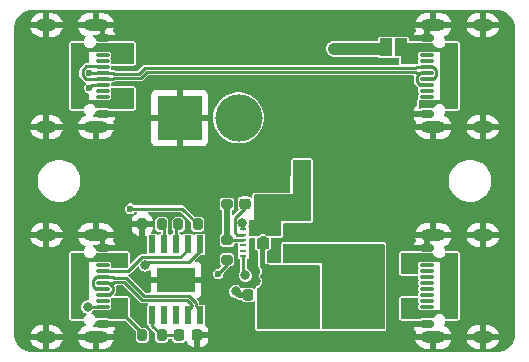
<source format=gbr>
%TF.GenerationSoftware,KiCad,Pcbnew,7.0.10*%
%TF.CreationDate,2024-02-21T00:47:17-06:00*%
%TF.ProjectId,Power-Module,506f7765-722d-44d6-9f64-756c652e6b69,rev?*%
%TF.SameCoordinates,Original*%
%TF.FileFunction,Copper,L1,Top*%
%TF.FilePolarity,Positive*%
%FSLAX46Y46*%
G04 Gerber Fmt 4.6, Leading zero omitted, Abs format (unit mm)*
G04 Created by KiCad (PCBNEW 7.0.10) date 2024-02-21 00:47:17*
%MOMM*%
%LPD*%
G01*
G04 APERTURE LIST*
G04 Aperture macros list*
%AMRoundRect*
0 Rectangle with rounded corners*
0 $1 Rounding radius*
0 $2 $3 $4 $5 $6 $7 $8 $9 X,Y pos of 4 corners*
0 Add a 4 corners polygon primitive as box body*
4,1,4,$2,$3,$4,$5,$6,$7,$8,$9,$2,$3,0*
0 Add four circle primitives for the rounded corners*
1,1,$1+$1,$2,$3*
1,1,$1+$1,$4,$5*
1,1,$1+$1,$6,$7*
1,1,$1+$1,$8,$9*
0 Add four rect primitives between the rounded corners*
20,1,$1+$1,$2,$3,$4,$5,0*
20,1,$1+$1,$4,$5,$6,$7,0*
20,1,$1+$1,$6,$7,$8,$9,0*
20,1,$1+$1,$8,$9,$2,$3,0*%
%AMFreePoly0*
4,1,7,1.730000,-0.250000,0.800000,-0.250000,0.800000,-0.550000,-0.220000,-0.550000,-0.220000,0.150000,1.730000,0.150000,1.730000,-0.250000,1.730000,-0.250000,$1*%
%AMFreePoly1*
4,1,9,0.465000,0.195000,0.465000,-0.045000,0.165000,-0.345000,-0.325000,-0.345000,-0.635000,-0.045000,-0.635000,0.195000,-0.325000,0.505000,0.165000,0.505000,0.465000,0.195000,0.465000,0.195000,$1*%
%AMFreePoly2*
4,1,7,0.370000,0.275000,1.300000,0.275000,1.300000,-0.175000,-0.650000,-0.175000,-0.650000,0.575000,0.370000,0.575000,0.370000,0.275000,0.370000,0.275000,$1*%
G04 Aperture macros list end*
%TA.AperFunction,ComponentPad*%
%ADD10C,4.000000*%
%TD*%
%TA.AperFunction,ComponentPad*%
%ADD11R,3.800000X3.800000*%
%TD*%
%TA.AperFunction,SMDPad,CuDef*%
%ADD12R,3.300000X2.100000*%
%TD*%
%TA.AperFunction,SMDPad,CuDef*%
%ADD13R,0.600000X1.500000*%
%TD*%
%TA.AperFunction,SMDPad,CuDef*%
%ADD14R,1.000000X1.500000*%
%TD*%
%TA.AperFunction,SMDPad,CuDef*%
%ADD15RoundRect,0.200000X0.200000X0.275000X-0.200000X0.275000X-0.200000X-0.275000X0.200000X-0.275000X0*%
%TD*%
%TA.AperFunction,SMDPad,CuDef*%
%ADD16R,2.400000X3.200000*%
%TD*%
%TA.AperFunction,SMDPad,CuDef*%
%ADD17RoundRect,0.250000X0.475000X-0.250000X0.475000X0.250000X-0.475000X0.250000X-0.475000X-0.250000X0*%
%TD*%
%TA.AperFunction,SMDPad,CuDef*%
%ADD18RoundRect,0.225000X-0.225000X-0.250000X0.225000X-0.250000X0.225000X0.250000X-0.225000X0.250000X0*%
%TD*%
%TA.AperFunction,SMDPad,CuDef*%
%ADD19RoundRect,0.225000X0.250000X-0.225000X0.250000X0.225000X-0.250000X0.225000X-0.250000X-0.225000X0*%
%TD*%
%TA.AperFunction,ComponentPad*%
%ADD20O,1.800000X1.000000*%
%TD*%
%TA.AperFunction,ComponentPad*%
%ADD21O,2.100000X1.000000*%
%TD*%
%TA.AperFunction,SMDPad,CuDef*%
%ADD22RoundRect,0.150000X-0.425000X0.150000X-0.425000X-0.150000X0.425000X-0.150000X0.425000X0.150000X0*%
%TD*%
%TA.AperFunction,SMDPad,CuDef*%
%ADD23RoundRect,0.075000X-0.500000X0.075000X-0.500000X-0.075000X0.500000X-0.075000X0.500000X0.075000X0*%
%TD*%
%TA.AperFunction,SMDPad,CuDef*%
%ADD24FreePoly0,90.000000*%
%TD*%
%TA.AperFunction,SMDPad,CuDef*%
%ADD25FreePoly1,90.000000*%
%TD*%
%TA.AperFunction,SMDPad,CuDef*%
%ADD26FreePoly2,90.000000*%
%TD*%
%TA.AperFunction,SMDPad,CuDef*%
%ADD27R,0.750000X1.100000*%
%TD*%
%TA.AperFunction,SMDPad,CuDef*%
%ADD28R,0.260000X1.100000*%
%TD*%
%TA.AperFunction,SMDPad,CuDef*%
%ADD29R,0.600000X0.250000*%
%TD*%
%TA.AperFunction,SMDPad,CuDef*%
%ADD30RoundRect,0.150000X0.425000X-0.150000X0.425000X0.150000X-0.425000X0.150000X-0.425000X-0.150000X0*%
%TD*%
%TA.AperFunction,SMDPad,CuDef*%
%ADD31RoundRect,0.075000X0.500000X-0.075000X0.500000X0.075000X-0.500000X0.075000X-0.500000X-0.075000X0*%
%TD*%
%TA.AperFunction,SMDPad,CuDef*%
%ADD32RoundRect,0.200000X0.275000X-0.200000X0.275000X0.200000X-0.275000X0.200000X-0.275000X-0.200000X0*%
%TD*%
%TA.AperFunction,SMDPad,CuDef*%
%ADD33RoundRect,0.200000X-0.200000X-0.275000X0.200000X-0.275000X0.200000X0.275000X-0.200000X0.275000X0*%
%TD*%
%TA.AperFunction,ViaPad*%
%ADD34C,0.600000*%
%TD*%
%TA.AperFunction,ViaPad*%
%ADD35C,0.800000*%
%TD*%
%TA.AperFunction,Conductor*%
%ADD36C,0.250000*%
%TD*%
%TA.AperFunction,Conductor*%
%ADD37C,0.500000*%
%TD*%
%TA.AperFunction,Conductor*%
%ADD38C,0.241300*%
%TD*%
%TA.AperFunction,Conductor*%
%ADD39C,1.000000*%
%TD*%
G04 APERTURE END LIST*
D10*
%TO.P,J5,2,Pin_2*%
%TO.N,/Buck/Vin*%
X144232000Y-84836000D03*
D11*
%TO.P,J5,1,Pin_1*%
%TO.N,GND*%
X139232000Y-84836000D03*
%TD*%
D12*
%TO.P,U1,11,GND*%
%TO.N,GND*%
X138938000Y-98552000D03*
D13*
%TO.P,U1,10,PG*%
%TO.N,unconnected-(U1-PG-Pad10)*%
X136938000Y-95552000D03*
%TO.P,U1,9,CFG1*%
%TO.N,Net-(U1-CFG1)*%
X137938000Y-95552000D03*
%TO.P,U1,8,VBUS*%
%TO.N,Net-(U1-VBUS)*%
X138938000Y-95552000D03*
%TO.P,U1,7,CC1*%
%TO.N,Net-(J1-CC1)*%
X139938000Y-95552000D03*
%TO.P,U1,6,CC2*%
%TO.N,Net-(J1-CC2)*%
X140938000Y-95552000D03*
%TO.P,U1,5,DM*%
%TO.N,/PD_D-*%
X140938000Y-101552000D03*
%TO.P,U1,4,DP*%
%TO.N,/PD_D+*%
X139938000Y-101552000D03*
%TO.P,U1,3,CFG3*%
%TO.N,unconnected-(U1-CFG3-Pad3)*%
X138938000Y-101552000D03*
%TO.P,U1,2,CFG2*%
%TO.N,unconnected-(U1-CFG2-Pad2)*%
X137938000Y-101552000D03*
%TO.P,U1,1,VDD*%
%TO.N,Net-(U1-VDD)*%
X136938000Y-101552000D03*
%TD*%
D14*
%TO.P,JP1,1,A*%
%TO.N,+5V*%
X156703000Y-78867000D03*
%TO.P,JP1,2,B*%
%TO.N,/OPT_PWR*%
X158003000Y-78867000D03*
%TD*%
D15*
%TO.P,R1,1*%
%TO.N,Net-(U1-CFG1)*%
X137731000Y-93853000D03*
%TO.P,R1,2*%
%TO.N,GND*%
X136081000Y-93853000D03*
%TD*%
D16*
%TO.P,L1,1,1*%
%TO.N,/Buck/LX*%
X148257000Y-100838000D03*
%TO.P,L1,2,2*%
%TO.N,+5V*%
X154257000Y-100838000D03*
%TD*%
D17*
%TO.P,C7,1*%
%TO.N,+5V*%
X151511000Y-96327000D03*
%TO.P,C7,2*%
%TO.N,GND*%
X151511000Y-94427000D03*
%TD*%
D18*
%TO.P,C5,2*%
%TO.N,/Buck/LX*%
X146571000Y-99822000D03*
%TO.P,C5,1*%
%TO.N,Net-(U2-BS)*%
X145021000Y-99822000D03*
%TD*%
D19*
%TO.P,C2,1*%
%TO.N,/Buck/Vin*%
X147828000Y-92088000D03*
%TO.P,C2,2*%
%TO.N,GND*%
X147828000Y-90538000D03*
%TD*%
D20*
%TO.P,J2,S1,SHIELD*%
%TO.N,GND*%
X127957000Y-85600000D03*
D21*
X132137000Y-85600000D03*
D20*
X127957000Y-76960000D03*
D21*
X132137000Y-76960000D03*
D22*
%TO.P,J2,B12,GND*%
X132712000Y-78080000D03*
%TO.P,J2,B9,VBUS*%
%TO.N,+5V*%
X132712000Y-78880000D03*
D23*
%TO.P,J2,B8*%
%TO.N,N/C*%
X132712000Y-79530000D03*
%TO.P,J2,B7,D-*%
%TO.N,/USB_D-*%
X132712000Y-80530000D03*
%TO.P,J2,B6,D+*%
%TO.N,/USB_D+*%
X132712000Y-82030000D03*
%TO.P,J2,B5,CC2*%
%TO.N,unconnected-(J2-CC2-PadB5)*%
X132712000Y-83030000D03*
D22*
%TO.P,J2,B4,VBUS*%
%TO.N,+5V*%
X132712000Y-83680000D03*
%TO.P,J2,B1,GND*%
%TO.N,GND*%
X132712000Y-84480000D03*
%TO.P,J2,A12,GND*%
X132712000Y-84480000D03*
%TO.P,J2,A9,VBUS*%
%TO.N,+5V*%
X132712000Y-83680000D03*
D23*
%TO.P,J2,A8*%
%TO.N,N/C*%
X132712000Y-82530000D03*
%TO.P,J2,A7,D-*%
%TO.N,/USB_D-*%
X132712000Y-81530000D03*
%TO.P,J2,A6,D+*%
%TO.N,/USB_D+*%
X132712000Y-81030000D03*
%TO.P,J2,A5,CC1*%
%TO.N,unconnected-(J2-CC1-PadA5)*%
X132712000Y-80030000D03*
D22*
%TO.P,J2,A4,VBUS*%
%TO.N,+5V*%
X132712000Y-78880000D03*
%TO.P,J2,A1,GND*%
%TO.N,GND*%
X132712000Y-78080000D03*
%TD*%
D24*
%TO.P,U2,1,GND*%
%TO.N,GND*%
X145346000Y-96874000D03*
D25*
%TO.P,U2,2,LX*%
%TO.N,/Buck/LX*%
X146371000Y-95299000D03*
D26*
%TO.P,U2,3,GND*%
%TO.N,GND*%
X147221000Y-96424000D03*
D27*
%TO.P,U2,4,IN*%
%TO.N,/Buck/Vin*%
X147046000Y-94234000D03*
D28*
%TO.P,U2,5,IN*%
X145796000Y-94234000D03*
%TO.P,U2,6,IN*%
X145346000Y-94234000D03*
D29*
%TO.P,U2,7,BS*%
%TO.N,Net-(U2-BS)*%
X144646000Y-94264000D03*
%TO.P,U2,8,VCC*%
%TO.N,Net-(U2-VCC)*%
X144646000Y-94714000D03*
%TO.P,U2,9,FB*%
%TO.N,Net-(U2-FB)*%
X144646000Y-95164000D03*
%TO.P,U2,10,ILMT*%
%TO.N,unconnected-(U2-ILMT-Pad10)*%
X144646000Y-95614000D03*
%TO.P,U2,11,PG*%
%TO.N,unconnected-(U2-PG-Pad11)*%
X144646000Y-96064000D03*
%TO.P,U2,12,EN*%
%TO.N,/Buck/Vin*%
X144646000Y-96514000D03*
%TD*%
D30*
%TO.P,J3,A1,GND*%
%TO.N,GND*%
X160150000Y-84480000D03*
%TO.P,J3,A4,VBUS*%
%TO.N,/OPT_PWR*%
X160150000Y-83680000D03*
D31*
%TO.P,J3,A5,CC1*%
%TO.N,unconnected-(J3-CC1-PadA5)*%
X160150000Y-82530000D03*
%TO.P,J3,A6,D+*%
%TO.N,/USB_D+*%
X160150000Y-81530000D03*
%TO.P,J3,A7,D-*%
%TO.N,/USB_D-*%
X160150000Y-81030000D03*
%TO.P,J3,A8*%
%TO.N,N/C*%
X160150000Y-80030000D03*
D30*
%TO.P,J3,A9,VBUS*%
%TO.N,/OPT_PWR*%
X160150000Y-78880000D03*
%TO.P,J3,A12,GND*%
%TO.N,GND*%
X160150000Y-78080000D03*
%TO.P,J3,B1,GND*%
X160150000Y-78080000D03*
%TO.P,J3,B4,VBUS*%
%TO.N,/OPT_PWR*%
X160150000Y-78880000D03*
D31*
%TO.P,J3,B5,CC2*%
%TO.N,unconnected-(J3-CC2-PadB5)*%
X160150000Y-79530000D03*
%TO.P,J3,B6,D+*%
%TO.N,/USB_D+*%
X160150000Y-80530000D03*
%TO.P,J3,B7,D-*%
%TO.N,/USB_D-*%
X160150000Y-82030000D03*
%TO.P,J3,B8*%
%TO.N,N/C*%
X160150000Y-83030000D03*
D30*
%TO.P,J3,B9,VBUS*%
%TO.N,/OPT_PWR*%
X160150000Y-83680000D03*
%TO.P,J3,B12,GND*%
%TO.N,GND*%
X160150000Y-84480000D03*
D21*
%TO.P,J3,S1,SHIELD*%
X160725000Y-85600000D03*
D20*
X164905000Y-85600000D03*
D21*
X160725000Y-76960000D03*
D20*
X164905000Y-76960000D03*
%TD*%
D19*
%TO.P,C3,1*%
%TO.N,/Buck/Vin*%
X146304000Y-92101000D03*
%TO.P,C3,2*%
%TO.N,GND*%
X146304000Y-90551000D03*
%TD*%
D17*
%TO.P,C8,1*%
%TO.N,+5V*%
X153543000Y-96327000D03*
%TO.P,C8,2*%
%TO.N,GND*%
X153543000Y-94427000D03*
%TD*%
D32*
%TO.P,R7,2*%
%TO.N,GND*%
X143256000Y-90488000D03*
%TO.P,R7,1*%
%TO.N,Net-(U2-FB)*%
X143256000Y-92138000D03*
%TD*%
D30*
%TO.P,J4,A1,GND*%
%TO.N,GND*%
X160150000Y-102260000D03*
%TO.P,J4,A4,VBUS*%
%TO.N,+5V*%
X160150000Y-101460000D03*
D31*
%TO.P,J4,A5,CC1*%
%TO.N,unconnected-(J4-CC1-PadA5)*%
X160150000Y-100310000D03*
%TO.P,J4,A6,D+*%
%TO.N,unconnected-(J4-D+-PadA6)*%
X160150000Y-99310000D03*
%TO.P,J4,A7,D-*%
%TO.N,unconnected-(J4-D--PadA7)*%
X160150000Y-98810000D03*
%TO.P,J4,A8*%
%TO.N,N/C*%
X160150000Y-97810000D03*
D30*
%TO.P,J4,A9,VBUS*%
%TO.N,+5V*%
X160150000Y-96660000D03*
%TO.P,J4,A12,GND*%
%TO.N,GND*%
X160150000Y-95860000D03*
%TO.P,J4,B1,GND*%
X160150000Y-95860000D03*
%TO.P,J4,B4,VBUS*%
%TO.N,+5V*%
X160150000Y-96660000D03*
D31*
%TO.P,J4,B5,CC2*%
%TO.N,unconnected-(J4-CC2-PadB5)*%
X160150000Y-97310000D03*
%TO.P,J4,B6,D+*%
%TO.N,unconnected-(J4-D+-PadB6)*%
X160150000Y-98310000D03*
%TO.P,J4,B7,D-*%
%TO.N,unconnected-(J4-D--PadB7)*%
X160150000Y-99810000D03*
%TO.P,J4,B8*%
%TO.N,N/C*%
X160150000Y-100810000D03*
D30*
%TO.P,J4,B9,VBUS*%
%TO.N,+5V*%
X160150000Y-101460000D03*
%TO.P,J4,B12,GND*%
%TO.N,GND*%
X160150000Y-102260000D03*
D21*
%TO.P,J4,S1,SHIELD*%
X160725000Y-103380000D03*
D20*
X164905000Y-103380000D03*
D21*
X160725000Y-94740000D03*
D20*
X164905000Y-94740000D03*
%TD*%
D32*
%TO.P,R6,1*%
%TO.N,+5V*%
X143256000Y-96837000D03*
%TO.P,R6,2*%
%TO.N,Net-(U2-FB)*%
X143256000Y-95187000D03*
%TD*%
D19*
%TO.P,C4,1*%
%TO.N,Net-(U2-VCC)*%
X144780000Y-92088000D03*
%TO.P,C4,2*%
%TO.N,GND*%
X144780000Y-90538000D03*
%TD*%
D17*
%TO.P,C9,1*%
%TO.N,+5V*%
X155575000Y-96327000D03*
%TO.P,C9,2*%
%TO.N,GND*%
X155575000Y-94427000D03*
%TD*%
D15*
%TO.P,R3,1*%
%TO.N,/Buck/Vin*%
X140779000Y-93853000D03*
%TO.P,R3,2*%
%TO.N,Net-(U1-VBUS)*%
X139129000Y-93853000D03*
%TD*%
D17*
%TO.P,C6,1*%
%TO.N,+5V*%
X149479000Y-96327000D03*
%TO.P,C6,2*%
%TO.N,GND*%
X149479000Y-94427000D03*
%TD*%
D22*
%TO.P,J1,A1,GND*%
%TO.N,GND*%
X132712000Y-95860000D03*
%TO.P,J1,A4,VBUS*%
%TO.N,/Buck/Vin*%
X132712000Y-96660000D03*
D23*
%TO.P,J1,A5,CC1*%
%TO.N,Net-(J1-CC1)*%
X132712000Y-97810000D03*
%TO.P,J1,A6,D+*%
%TO.N,/PD_D+*%
X132712000Y-98810000D03*
%TO.P,J1,A7,D-*%
%TO.N,/PD_D-*%
X132712000Y-99310000D03*
%TO.P,J1,A8*%
%TO.N,N/C*%
X132712000Y-100310000D03*
D22*
%TO.P,J1,A9,VBUS*%
%TO.N,/Buck/Vin*%
X132712000Y-101460000D03*
%TO.P,J1,A12,GND*%
%TO.N,GND*%
X132712000Y-102260000D03*
%TO.P,J1,B1,GND*%
X132712000Y-102260000D03*
%TO.P,J1,B4,VBUS*%
%TO.N,/Buck/Vin*%
X132712000Y-101460000D03*
D23*
%TO.P,J1,B5,CC2*%
%TO.N,Net-(J1-CC2)*%
X132712000Y-100810000D03*
%TO.P,J1,B6,D+*%
%TO.N,/PD_D+*%
X132712000Y-99810000D03*
%TO.P,J1,B7,D-*%
%TO.N,/PD_D-*%
X132712000Y-98310000D03*
%TO.P,J1,B8*%
%TO.N,N/C*%
X132712000Y-97310000D03*
D22*
%TO.P,J1,B9,VBUS*%
%TO.N,/Buck/Vin*%
X132712000Y-96660000D03*
%TO.P,J1,B12,GND*%
%TO.N,GND*%
X132712000Y-95860000D03*
D21*
%TO.P,J1,S1,SHIELD*%
X132137000Y-94740000D03*
D20*
X127957000Y-94740000D03*
D21*
X132137000Y-103380000D03*
D20*
X127957000Y-103380000D03*
%TD*%
D33*
%TO.P,R2,1*%
%TO.N,/Buck/Vin*%
X136081000Y-103251000D03*
%TO.P,R2,2*%
%TO.N,Net-(U1-VDD)*%
X137731000Y-103251000D03*
%TD*%
D18*
%TO.P,C1,1*%
%TO.N,Net-(U1-VDD)*%
X139179000Y-103251000D03*
%TO.P,C1,2*%
%TO.N,GND*%
X140729000Y-103251000D03*
%TD*%
D34*
%TO.N,/Buck/Vin*%
X135064500Y-92519500D03*
%TO.N,+5V*%
X134874000Y-82931000D03*
X134112000Y-82931000D03*
X134112000Y-83693000D03*
X134874000Y-83693000D03*
X134874000Y-79629000D03*
X134112000Y-79629000D03*
X134874000Y-78867000D03*
X134112000Y-78867000D03*
X152400000Y-102235000D03*
X151638000Y-97663000D03*
X142494000Y-98044000D03*
%TO.N,/Buck/Vin*%
X149606000Y-91948000D03*
X149606000Y-91186000D03*
X149606000Y-90424000D03*
X149606000Y-89662000D03*
X149606000Y-88900000D03*
%TO.N,+5V*%
X152273000Y-78994000D03*
X153035000Y-78994000D03*
X153797000Y-78994000D03*
X154559000Y-78994000D03*
X151638000Y-98425000D03*
X151638000Y-99187000D03*
X151638000Y-99949000D03*
X151638000Y-100711000D03*
X151638000Y-101473000D03*
X151638000Y-102235000D03*
%TO.N,/Buck/Vin*%
X134366000Y-101346000D03*
X134366000Y-100584000D03*
X134366000Y-96774000D03*
%TO.N,+5V*%
X158496000Y-101346000D03*
X158496000Y-100584000D03*
X158496000Y-97536000D03*
X158496000Y-96774000D03*
%TO.N,/USB_D+*%
X131572000Y-82296000D03*
X131572000Y-81026000D03*
D35*
%TO.N,Net-(J1-CC2)*%
X131445000Y-100838000D03*
X136318034Y-97298534D03*
%TO.N,GND*%
X142494000Y-89535000D03*
X144018000Y-89535000D03*
X145542000Y-89535000D03*
X147066000Y-89535000D03*
X155575000Y-93152000D03*
X153543000Y-93152000D03*
X154559000Y-93152000D03*
X156591000Y-93152000D03*
X145669000Y-98679000D03*
X145661570Y-97814162D03*
%TO.N,/Buck/Vin*%
X144806000Y-98171000D03*
%TO.N,Net-(U2-BS)*%
X143982000Y-99515000D03*
X144542534Y-93742534D03*
%TD*%
D36*
%TO.N,/Buck/Vin*%
X135064500Y-92519500D02*
X139445500Y-92519500D01*
X139445500Y-92519500D02*
X140779000Y-93853000D01*
D37*
%TO.N,Net-(U2-FB)*%
X143258000Y-92138000D02*
X143258000Y-95185000D01*
D36*
%TO.N,Net-(U2-VCC)*%
X143891000Y-93345000D02*
X144780000Y-92456000D01*
D38*
%TO.N,/USB_D+*%
X159221649Y-80595850D02*
X136307296Y-80595850D01*
%TO.N,/USB_D-*%
X159221649Y-80964150D02*
X136459850Y-80964150D01*
%TO.N,/USB_D+*%
X159287499Y-80530000D02*
X159221649Y-80595850D01*
X160150000Y-80530000D02*
X159287499Y-80530000D01*
D36*
%TO.N,/Buck/Vin*%
X136081000Y-103061000D02*
X134366000Y-101346000D01*
X136081000Y-103251000D02*
X136081000Y-103061000D01*
%TO.N,+5V*%
X143256000Y-97282000D02*
X142494000Y-98044000D01*
X143256000Y-96837000D02*
X143256000Y-97282000D01*
D38*
%TO.N,/USB_D-*%
X133574501Y-81530000D02*
X132712000Y-81530000D01*
X133640351Y-81464150D02*
X133574501Y-81530000D01*
X135959850Y-81464150D02*
X133640351Y-81464150D01*
X136459850Y-80964150D02*
X135959850Y-81464150D01*
X159287499Y-81030000D02*
X159221649Y-80964150D01*
%TO.N,/USB_D+*%
X133640351Y-81095850D02*
X133574501Y-81030000D01*
X133574501Y-81030000D02*
X132712000Y-81030000D01*
%TO.N,/USB_D-*%
X160150000Y-81030000D02*
X159287499Y-81030000D01*
%TO.N,/USB_D+*%
X135807296Y-81095850D02*
X133640351Y-81095850D01*
X136307296Y-80595850D02*
X135807296Y-81095850D01*
D39*
%TO.N,+5V*%
X156703000Y-78740000D02*
X156449000Y-78994000D01*
X156449000Y-78994000D02*
X154559000Y-78994000D01*
X152273000Y-78994000D02*
X153035000Y-78994000D01*
X153797000Y-78994000D02*
X153035000Y-78994000D01*
X154559000Y-78994000D02*
X153797000Y-78994000D01*
D36*
%TO.N,Net-(U2-VCC)*%
X144780000Y-92456000D02*
X144780000Y-92088000D01*
X143891000Y-94509000D02*
X143891000Y-93345000D01*
X144096000Y-94714000D02*
X143891000Y-94509000D01*
X144646000Y-94714000D02*
X144096000Y-94714000D01*
D37*
%TO.N,Net-(U2-FB)*%
X143258000Y-95185000D02*
X143256000Y-95187000D01*
D36*
%TO.N,Net-(J1-CC2)*%
X132172474Y-100810000D02*
X132712000Y-100810000D01*
X132144474Y-100838000D02*
X132172474Y-100810000D01*
X131445000Y-100838000D02*
X132144474Y-100838000D01*
%TO.N,Net-(J1-CC1)*%
X134884500Y-97810000D02*
X132712000Y-97810000D01*
X136047500Y-96647000D02*
X134884500Y-97810000D01*
X139293000Y-96647000D02*
X136047500Y-96647000D01*
X139938000Y-95552000D02*
X139938000Y-96002000D01*
X139938000Y-96002000D02*
X139293000Y-96647000D01*
D38*
%TO.N,/PD_D+*%
X133640351Y-98744150D02*
X133574501Y-98810000D01*
X133850000Y-98744150D02*
X133640351Y-98744150D01*
X133858000Y-98736150D02*
X133850000Y-98744150D01*
X140253850Y-100636278D02*
X139877723Y-100260150D01*
X136067724Y-100260150D02*
X134543724Y-98736150D01*
X133574501Y-98810000D02*
X132712000Y-98810000D01*
X134543724Y-98736150D02*
X133858000Y-98736150D01*
X140253850Y-100786150D02*
X140253850Y-100636278D01*
X139938000Y-101102000D02*
X140253850Y-100786150D01*
X139938000Y-101552000D02*
X139938000Y-101102000D01*
X139877723Y-100260150D02*
X136067724Y-100260150D01*
%TO.N,/PD_D-*%
X133574501Y-98310000D02*
X132712000Y-98310000D01*
X133640351Y-98375850D02*
X133574501Y-98310000D01*
X133709059Y-98375850D02*
X133640351Y-98375850D01*
X133717059Y-98367850D02*
X133709059Y-98375850D01*
X134696278Y-98367850D02*
X133717059Y-98367850D01*
X140030278Y-99891850D02*
X136220278Y-99891850D01*
X140622150Y-100483722D02*
X140030278Y-99891850D01*
X136220278Y-99891850D02*
X134696278Y-98367850D01*
X140622150Y-100786150D02*
X140622150Y-100483722D01*
X140938000Y-101102000D02*
X140622150Y-100786150D01*
X140938000Y-101552000D02*
X140938000Y-101102000D01*
%TO.N,/USB_D-*%
X131024350Y-81252845D02*
X131024350Y-80799155D01*
X131024350Y-80799155D02*
X131345155Y-80478350D01*
X131345155Y-80478350D02*
X132660350Y-80478350D01*
X132660350Y-80478350D02*
X132712000Y-80530000D01*
X132712000Y-81530000D02*
X132668350Y-81573650D01*
X132668350Y-81573650D02*
X131345155Y-81573650D01*
X131345155Y-81573650D02*
X131024350Y-81252845D01*
%TO.N,/USB_D+*%
X131838000Y-82030000D02*
X131572000Y-82296000D01*
X132712000Y-82030000D02*
X131838000Y-82030000D01*
X131576000Y-81030000D02*
X131572000Y-81026000D01*
X132712000Y-81030000D02*
X131576000Y-81030000D01*
%TO.N,/USB_D-*%
X159327350Y-81277651D02*
X159327350Y-81782349D01*
X159575001Y-82030000D02*
X160150000Y-82030000D01*
X160150000Y-81030000D02*
X159575001Y-81030000D01*
X159575001Y-81030000D02*
X159327350Y-81277651D01*
X159327350Y-81782349D02*
X159575001Y-82030000D01*
%TO.N,/USB_D+*%
X160972650Y-81282349D02*
X160724999Y-81530000D01*
X160724999Y-81530000D02*
X160150000Y-81530000D01*
X160724999Y-80530000D02*
X160972650Y-80777651D01*
X160972650Y-80777651D02*
X160972650Y-81282349D01*
X160150000Y-80530000D02*
X160724999Y-80530000D01*
D36*
%TO.N,/PD_D+*%
X133286999Y-99810000D02*
X132712000Y-99810000D01*
X133604000Y-99492999D02*
X133286999Y-99810000D01*
X133604000Y-99127001D02*
X133604000Y-99492999D01*
X133286999Y-98810000D02*
X133604000Y-99127001D01*
X132712000Y-98810000D02*
X133286999Y-98810000D01*
%TO.N,Net-(J1-CC2)*%
X140015750Y-97024000D02*
X136592568Y-97024000D01*
X136592568Y-97024000D02*
X136318034Y-97298534D01*
X140938000Y-95552000D02*
X140938000Y-96101750D01*
X140938000Y-96101750D02*
X140015750Y-97024000D01*
D37*
%TO.N,GND*%
X145661570Y-97814162D02*
X145661570Y-96558430D01*
D36*
%TO.N,Net-(U1-VDD)*%
X137731000Y-103251000D02*
X139179000Y-103251000D01*
X136938000Y-102458000D02*
X137731000Y-103251000D01*
X136938000Y-101552000D02*
X136938000Y-102458000D01*
%TO.N,Net-(U1-VBUS)*%
X138938000Y-94044000D02*
X138938000Y-95552000D01*
X139129000Y-93853000D02*
X138938000Y-94044000D01*
%TO.N,Net-(U1-CFG1)*%
X137731000Y-93853000D02*
X137938000Y-94060000D01*
X137938000Y-94060000D02*
X137938000Y-95552000D01*
%TO.N,Net-(J1-CC2)*%
X132740000Y-100838000D02*
X132712000Y-100810000D01*
%TO.N,/PD_D-*%
X132137001Y-99310000D02*
X132712000Y-99310000D01*
X131885000Y-99057999D02*
X132137001Y-99310000D01*
X131885000Y-98562001D02*
X131885000Y-99057999D01*
X132137001Y-98310000D02*
X131885000Y-98562001D01*
X132712000Y-98310000D02*
X132137001Y-98310000D01*
D37*
%TO.N,GND*%
X145669000Y-97821592D02*
X145661570Y-97814162D01*
X145669000Y-98679000D02*
X145669000Y-97821592D01*
D36*
%TO.N,/Buck/Vin*%
X144646000Y-98011000D02*
X144646000Y-96514000D01*
X144806000Y-98171000D02*
X144646000Y-98011000D01*
D37*
%TO.N,Net-(U2-BS)*%
X145021000Y-99822000D02*
X144289000Y-99822000D01*
X144289000Y-99822000D02*
X143982000Y-99515000D01*
D36*
X144646000Y-93846000D02*
X144542534Y-93742534D01*
X144646000Y-94264000D02*
X144646000Y-93846000D01*
%TO.N,Net-(U2-FB)*%
X143279000Y-95164000D02*
X143256000Y-95187000D01*
X144646000Y-95164000D02*
X143279000Y-95164000D01*
%TD*%
%TA.AperFunction,Conductor*%
%TO.N,/Buck/LX*%
G36*
X146605200Y-95000463D02*
G01*
X146617803Y-95005050D01*
X146645475Y-95015122D01*
X146698660Y-95024500D01*
X146722175Y-95024500D01*
X146769741Y-95041813D01*
X146795051Y-95085650D01*
X146794753Y-95112935D01*
X146792552Y-95124000D01*
X146792552Y-95124001D01*
X146792552Y-95826552D01*
X146775239Y-95874118D01*
X146731402Y-95899428D01*
X146718552Y-95900552D01*
X146646000Y-95900552D01*
X146616639Y-95906392D01*
X146587277Y-95912233D01*
X146537496Y-95945495D01*
X146537495Y-95945496D01*
X146504233Y-95995277D01*
X146492552Y-96054000D01*
X146492552Y-97074000D01*
X146496640Y-97094550D01*
X146504233Y-97132722D01*
X146530211Y-97171602D01*
X146537496Y-97182504D01*
X146587278Y-97215767D01*
X146646000Y-97227448D01*
X146646001Y-97227448D01*
X146738000Y-97227448D01*
X146785566Y-97244761D01*
X146800326Y-97270326D01*
X146812000Y-97282000D01*
X147910230Y-97282000D01*
X147935540Y-97286463D01*
X147975815Y-97301122D01*
X148029000Y-97310500D01*
X151027500Y-97310500D01*
X151075066Y-97327813D01*
X151100376Y-97371650D01*
X151101500Y-97384500D01*
X151101500Y-102669000D01*
X151084187Y-102716566D01*
X151040350Y-102741876D01*
X151027500Y-102743000D01*
X145870000Y-102743000D01*
X145822434Y-102725687D01*
X145797124Y-102681850D01*
X145796000Y-102669000D01*
X145796000Y-99271696D01*
X145813313Y-99224130D01*
X145841682Y-99203329D01*
X145946625Y-99159861D01*
X146061621Y-99071621D01*
X146149861Y-98956625D01*
X146205330Y-98822709D01*
X146224250Y-98679000D01*
X146205330Y-98535291D01*
X146149861Y-98401375D01*
X146149859Y-98401372D01*
X146084792Y-98316575D01*
X146069500Y-98271527D01*
X146069500Y-98211952D01*
X146084792Y-98166904D01*
X146142429Y-98091789D01*
X146142431Y-98091787D01*
X146197900Y-97957871D01*
X146216820Y-97814162D01*
X146197900Y-97670453D01*
X146142431Y-97536537D01*
X146142429Y-97536534D01*
X146077362Y-97451737D01*
X146062070Y-97406689D01*
X146062070Y-96526910D01*
X146050359Y-96452969D01*
X146049448Y-96441393D01*
X146049448Y-96074000D01*
X146037767Y-96015278D01*
X146004504Y-95965496D01*
X145954722Y-95932233D01*
X145896000Y-95920552D01*
X145895999Y-95920552D01*
X145870000Y-95920552D01*
X145822434Y-95903239D01*
X145797124Y-95859402D01*
X145796000Y-95846552D01*
X145796000Y-95098500D01*
X145813313Y-95050934D01*
X145857150Y-95025624D01*
X145870000Y-95024500D01*
X145889258Y-95024500D01*
X145893609Y-95024422D01*
X145894751Y-95024402D01*
X145899991Y-95024216D01*
X145957874Y-95010803D01*
X145968250Y-95006169D01*
X145976627Y-95002430D01*
X146006797Y-94996000D01*
X146579890Y-94996000D01*
X146605200Y-95000463D01*
G37*
%TD.AperFunction*%
%TD*%
%TA.AperFunction,Conductor*%
%TO.N,/Buck/Vin*%
G36*
X150341566Y-88409313D02*
G01*
X150366876Y-88453150D01*
X150368000Y-88466000D01*
X150368000Y-93525000D01*
X150350687Y-93572566D01*
X150306850Y-93597876D01*
X150294000Y-93599000D01*
X147828000Y-93599000D01*
X147828000Y-94795000D01*
X147810687Y-94842566D01*
X147766850Y-94867876D01*
X147754000Y-94869000D01*
X146698660Y-94869000D01*
X146651094Y-94851687D01*
X146646334Y-94847326D01*
X146524503Y-94725495D01*
X146499094Y-94708518D01*
X146474722Y-94692233D01*
X146416000Y-94680552D01*
X146176000Y-94680552D01*
X146175999Y-94680552D01*
X146119609Y-94691289D01*
X146069290Y-94723730D01*
X146069281Y-94723737D01*
X145940696Y-94848176D01*
X145894475Y-94868814D01*
X145889235Y-94869000D01*
X145170500Y-94869000D01*
X145122934Y-94851687D01*
X145097624Y-94807850D01*
X145096500Y-94795000D01*
X145096500Y-94574180D01*
X145087767Y-94530280D01*
X145087767Y-94530278D01*
X145087658Y-94530115D01*
X145087598Y-94529870D01*
X145084978Y-94523544D01*
X145085951Y-94523140D01*
X145075623Y-94480951D01*
X145085228Y-94454559D01*
X145084978Y-94454456D01*
X145087355Y-94448716D01*
X145087657Y-94447885D01*
X145087767Y-94447722D01*
X145096500Y-94403820D01*
X145096500Y-94124180D01*
X145087767Y-94080278D01*
X145054629Y-94030684D01*
X145042599Y-93981517D01*
X145047789Y-93961262D01*
X145078864Y-93886243D01*
X145097784Y-93742534D01*
X145078864Y-93598825D01*
X145068712Y-93574317D01*
X145066505Y-93523747D01*
X145097320Y-93483589D01*
X145137080Y-93472000D01*
X145542000Y-93472000D01*
X145542000Y-91387000D01*
X145559313Y-91339434D01*
X145603150Y-91314124D01*
X145616000Y-91313000D01*
X148844000Y-91313000D01*
X148844000Y-88466000D01*
X148861313Y-88418434D01*
X148905150Y-88393124D01*
X148918000Y-88392000D01*
X150294000Y-88392000D01*
X150341566Y-88409313D01*
G37*
%TD.AperFunction*%
%TD*%
%TA.AperFunction,Conductor*%
%TO.N,+5V*%
G36*
X156564566Y-95521313D02*
G01*
X156589876Y-95565150D01*
X156591000Y-95578000D01*
X156591000Y-102669000D01*
X156573687Y-102716566D01*
X156529850Y-102741876D01*
X156517000Y-102743000D01*
X151331000Y-102743000D01*
X151283434Y-102725687D01*
X151258124Y-102681850D01*
X151257000Y-102669000D01*
X151257000Y-97155000D01*
X148029000Y-97155000D01*
X147981434Y-97137687D01*
X147956124Y-97093850D01*
X147955000Y-97081000D01*
X147955000Y-95578000D01*
X147972313Y-95530434D01*
X148016150Y-95505124D01*
X148029000Y-95504000D01*
X156517000Y-95504000D01*
X156564566Y-95521313D01*
G37*
%TD.AperFunction*%
%TD*%
%TA.AperFunction,Conductor*%
%TO.N,GND*%
G36*
X148590000Y-91157500D02*
G01*
X145616000Y-91157500D01*
X145602450Y-91158091D01*
X145602445Y-91158091D01*
X145602432Y-91158092D01*
X145589602Y-91159214D01*
X145589597Y-91159215D01*
X145525396Y-91179458D01*
X145525394Y-91179459D01*
X145481564Y-91204765D01*
X145481550Y-91204774D01*
X145459360Y-91220312D01*
X145459359Y-91220313D01*
X145413193Y-91286245D01*
X145413189Y-91286252D01*
X145395877Y-91333815D01*
X145386500Y-91386996D01*
X145386500Y-91509811D01*
X145369187Y-91557377D01*
X145325350Y-91582687D01*
X145275500Y-91573897D01*
X145260174Y-91562137D01*
X145251210Y-91553173D01*
X145138626Y-91498134D01*
X145065640Y-91487500D01*
X145065636Y-91487500D01*
X144494364Y-91487500D01*
X144494359Y-91487500D01*
X144421374Y-91498134D01*
X144421373Y-91498134D01*
X144308789Y-91553173D01*
X144220173Y-91641789D01*
X144165134Y-91754373D01*
X144165134Y-91754374D01*
X144154500Y-91827359D01*
X144154500Y-92348640D01*
X144165134Y-92421625D01*
X144165134Y-92421626D01*
X144220172Y-92534207D01*
X144220174Y-92534211D01*
X144220176Y-92534213D01*
X144222078Y-92536877D01*
X144235628Y-92585649D01*
X144214657Y-92631720D01*
X144214179Y-92632203D01*
X143784826Y-93061557D01*
X143738950Y-93082949D01*
X143690055Y-93069848D01*
X143661022Y-93028384D01*
X143658500Y-93009231D01*
X143658500Y-92712003D01*
X143675813Y-92664437D01*
X143700000Y-92645522D01*
X143737483Y-92627198D01*
X143820198Y-92544483D01*
X143871573Y-92439393D01*
X143881500Y-92371260D01*
X143881500Y-91904740D01*
X143871573Y-91836607D01*
X143820198Y-91731517D01*
X143737483Y-91648802D01*
X143737482Y-91648801D01*
X143632394Y-91597427D01*
X143564264Y-91587500D01*
X143564260Y-91587500D01*
X142947740Y-91587500D01*
X142947735Y-91587500D01*
X142879606Y-91597427D01*
X142879605Y-91597427D01*
X142774517Y-91648801D01*
X142691801Y-91731517D01*
X142640427Y-91836605D01*
X142640427Y-91836606D01*
X142630500Y-91904735D01*
X142630500Y-92371264D01*
X142640427Y-92439393D01*
X142640427Y-92439394D01*
X142691801Y-92544482D01*
X142774517Y-92627198D01*
X142774519Y-92627199D01*
X142815999Y-92647477D01*
X142851129Y-92683920D01*
X142857500Y-92713958D01*
X142857500Y-94611040D01*
X142840187Y-94658606D01*
X142816002Y-94677520D01*
X142774518Y-94697801D01*
X142774517Y-94697801D01*
X142691801Y-94780517D01*
X142640427Y-94885605D01*
X142640427Y-94885606D01*
X142630500Y-94953735D01*
X142630500Y-95420264D01*
X142640427Y-95488393D01*
X142640427Y-95488394D01*
X142691801Y-95593482D01*
X142691802Y-95593483D01*
X142774517Y-95676198D01*
X142879607Y-95727573D01*
X142947740Y-95737500D01*
X142947746Y-95737500D01*
X143564254Y-95737500D01*
X143564260Y-95737500D01*
X143632393Y-95727573D01*
X143737483Y-95676198D01*
X143820198Y-95593483D01*
X143847672Y-95537281D01*
X143874097Y-95483231D01*
X143876181Y-95484250D01*
X143901140Y-95451324D01*
X143941267Y-95439500D01*
X144121500Y-95439500D01*
X144169066Y-95456813D01*
X144194376Y-95500650D01*
X144195500Y-95513500D01*
X144195500Y-95753819D01*
X144204232Y-95797720D01*
X144204234Y-95797724D01*
X144204347Y-95797893D01*
X144204408Y-95798145D01*
X144207022Y-95804454D01*
X144206050Y-95804856D01*
X144216374Y-95847062D01*
X144206772Y-95873442D01*
X144207022Y-95873546D01*
X144204656Y-95879256D01*
X144204347Y-95880107D01*
X144204234Y-95880275D01*
X144204232Y-95880279D01*
X144195500Y-95924180D01*
X144195500Y-96203819D01*
X144204232Y-96247720D01*
X144204234Y-96247724D01*
X144204347Y-96247893D01*
X144204408Y-96248145D01*
X144207022Y-96254454D01*
X144206050Y-96254856D01*
X144216374Y-96297062D01*
X144206772Y-96323442D01*
X144207022Y-96323546D01*
X144204656Y-96329256D01*
X144204347Y-96330107D01*
X144204234Y-96330275D01*
X144204232Y-96330279D01*
X144200747Y-96347801D01*
X144195500Y-96374180D01*
X144195500Y-96653820D01*
X144204233Y-96697722D01*
X144237496Y-96747504D01*
X144287278Y-96780767D01*
X144310937Y-96785473D01*
X144354212Y-96811733D01*
X144370500Y-96858051D01*
X144370500Y-97809139D01*
X144355209Y-97854187D01*
X144325138Y-97893376D01*
X144269669Y-98027291D01*
X144250750Y-98171000D01*
X144269669Y-98314708D01*
X144325138Y-98448623D01*
X144325139Y-98448625D01*
X144413379Y-98563621D01*
X144528375Y-98651861D01*
X144662291Y-98707330D01*
X144806000Y-98726250D01*
X144949709Y-98707330D01*
X145083625Y-98651861D01*
X145198621Y-98563621D01*
X145286861Y-98448625D01*
X145342330Y-98314709D01*
X145361250Y-98171000D01*
X145342330Y-98027291D01*
X145286861Y-97893375D01*
X145198621Y-97778379D01*
X145083625Y-97690139D01*
X145083623Y-97690138D01*
X144967182Y-97641907D01*
X144929861Y-97607710D01*
X144921500Y-97573540D01*
X144921500Y-96858051D01*
X144938813Y-96810485D01*
X144981062Y-96785473D01*
X145004722Y-96780767D01*
X145054504Y-96747504D01*
X145087767Y-96697722D01*
X145096500Y-96653820D01*
X145096500Y-96374180D01*
X145087767Y-96330278D01*
X145087658Y-96330115D01*
X145087598Y-96329870D01*
X145084978Y-96323544D01*
X145085951Y-96323140D01*
X145075623Y-96280951D01*
X145085228Y-96254559D01*
X145084978Y-96254456D01*
X145087355Y-96248716D01*
X145087657Y-96247885D01*
X145087767Y-96247722D01*
X145096500Y-96203820D01*
X145096500Y-95924180D01*
X145087767Y-95880278D01*
X145087658Y-95880115D01*
X145087598Y-95879870D01*
X145084978Y-95873544D01*
X145085951Y-95873140D01*
X145075623Y-95830951D01*
X145085228Y-95804559D01*
X145084978Y-95804456D01*
X145087355Y-95798716D01*
X145087657Y-95797885D01*
X145087767Y-95797722D01*
X145096500Y-95753820D01*
X145096500Y-95474180D01*
X145087767Y-95430278D01*
X145087658Y-95430115D01*
X145087598Y-95429870D01*
X145084978Y-95423544D01*
X145085951Y-95423140D01*
X145075623Y-95380951D01*
X145085228Y-95354559D01*
X145084978Y-95354456D01*
X145087355Y-95348716D01*
X145087657Y-95347885D01*
X145087767Y-95347722D01*
X145096500Y-95303820D01*
X145096500Y-95098500D01*
X145113813Y-95050934D01*
X145157650Y-95025624D01*
X145170500Y-95024500D01*
X145566500Y-95024500D01*
X145614066Y-95041813D01*
X145639376Y-95085650D01*
X145640500Y-95098500D01*
X145640500Y-95846552D01*
X145641091Y-95860102D01*
X145641092Y-95860119D01*
X145642214Y-95872949D01*
X145642215Y-95872954D01*
X145662458Y-95937155D01*
X145662459Y-95937157D01*
X145687765Y-95980987D01*
X145687774Y-95981001D01*
X145703312Y-96003191D01*
X145703313Y-96003192D01*
X145769249Y-96049361D01*
X145816815Y-96066674D01*
X145832797Y-96069492D01*
X145876635Y-96094801D01*
X145893948Y-96142367D01*
X145893948Y-96441393D01*
X145894426Y-96453591D01*
X145895337Y-96465167D01*
X145896773Y-96477294D01*
X145905659Y-96533397D01*
X145906570Y-96544973D01*
X145906570Y-97406691D01*
X145914821Y-97456666D01*
X145914822Y-97456670D01*
X145914823Y-97456674D01*
X145930115Y-97501722D01*
X145930117Y-97501727D01*
X145930117Y-97501728D01*
X145953994Y-97546396D01*
X145954001Y-97546406D01*
X146000668Y-97607224D01*
X146010327Y-97623954D01*
X146042672Y-97702042D01*
X146047672Y-97720701D01*
X146058705Y-97804503D01*
X146058705Y-97823821D01*
X146047673Y-97907618D01*
X146042673Y-97926277D01*
X146010328Y-98004365D01*
X146000670Y-98021094D01*
X145961426Y-98072240D01*
X145961425Y-98072242D01*
X145937545Y-98116919D01*
X145937545Y-98116920D01*
X145922252Y-98161970D01*
X145922251Y-98161974D01*
X145914000Y-98211949D01*
X145914000Y-98271529D01*
X145922251Y-98321504D01*
X145922252Y-98321508D01*
X145937547Y-98366565D01*
X145937547Y-98366566D01*
X145961424Y-98411234D01*
X145961431Y-98411244D01*
X146008098Y-98472062D01*
X146017757Y-98488792D01*
X146050102Y-98566880D01*
X146055102Y-98585539D01*
X146066135Y-98669341D01*
X146066135Y-98688659D01*
X146055103Y-98772456D01*
X146050103Y-98791115D01*
X146017758Y-98869204D01*
X146008099Y-98885935D01*
X145956647Y-98952988D01*
X145942988Y-98966647D01*
X145875935Y-99018099D01*
X145859205Y-99027758D01*
X145782171Y-99059667D01*
X145782164Y-99059670D01*
X145749736Y-99077924D01*
X145749734Y-99077926D01*
X145721363Y-99098728D01*
X145713358Y-99105010D01*
X145667193Y-99170941D01*
X145667189Y-99170948D01*
X145649878Y-99218510D01*
X145640636Y-99270922D01*
X145615326Y-99314759D01*
X145567759Y-99332071D01*
X145520193Y-99314758D01*
X145515434Y-99310397D01*
X145467210Y-99262173D01*
X145354626Y-99207134D01*
X145281640Y-99196500D01*
X145281636Y-99196500D01*
X144760364Y-99196500D01*
X144760359Y-99196500D01*
X144687374Y-99207134D01*
X144687373Y-99207134D01*
X144574785Y-99262175D01*
X144571994Y-99264168D01*
X144523220Y-99277711D01*
X144477152Y-99256734D01*
X144464916Y-99240935D01*
X144462861Y-99237376D01*
X144462861Y-99237375D01*
X144374621Y-99122379D01*
X144259625Y-99034139D01*
X144235222Y-99024031D01*
X144125708Y-98978669D01*
X143982000Y-98959750D01*
X143838291Y-98978669D01*
X143704376Y-99034138D01*
X143589379Y-99122379D01*
X143501138Y-99237376D01*
X143445669Y-99371291D01*
X143426750Y-99515000D01*
X143445669Y-99658708D01*
X143501138Y-99792623D01*
X143501139Y-99792625D01*
X143589379Y-99907621D01*
X143704375Y-99995861D01*
X143838291Y-100051330D01*
X143944262Y-100065281D01*
X143986929Y-100086322D01*
X144030670Y-100130063D01*
X144030680Y-100130072D01*
X144050658Y-100150050D01*
X144073902Y-100161893D01*
X144083797Y-100167957D01*
X144104911Y-100183297D01*
X144129730Y-100191361D01*
X144140449Y-100195800D01*
X144163696Y-100207646D01*
X144189464Y-100211727D01*
X144200753Y-100214437D01*
X144225567Y-100222500D01*
X144257481Y-100222500D01*
X144405412Y-100222500D01*
X144452978Y-100239813D01*
X144471893Y-100264000D01*
X144486172Y-100293209D01*
X144486174Y-100293211D01*
X144574789Y-100381826D01*
X144687375Y-100436866D01*
X144760364Y-100447500D01*
X144760370Y-100447500D01*
X145281630Y-100447500D01*
X145281636Y-100447500D01*
X145354625Y-100436866D01*
X145467211Y-100381826D01*
X145514174Y-100334863D01*
X145560050Y-100313471D01*
X145608945Y-100326572D01*
X145637979Y-100368036D01*
X145640500Y-100387189D01*
X145640500Y-102669000D01*
X145641091Y-102682550D01*
X145641092Y-102682567D01*
X145642214Y-102695397D01*
X145642215Y-102695402D01*
X145662458Y-102759603D01*
X145662459Y-102759605D01*
X145687765Y-102803435D01*
X145687774Y-102803449D01*
X145703312Y-102825639D01*
X145703313Y-102825640D01*
X145769249Y-102871809D01*
X145816815Y-102889122D01*
X145870000Y-102898500D01*
X145870004Y-102898500D01*
X151027491Y-102898500D01*
X151027500Y-102898500D01*
X151041050Y-102897909D01*
X151053900Y-102896785D01*
X151118102Y-102876542D01*
X151142444Y-102862487D01*
X151192291Y-102853696D01*
X151221888Y-102865954D01*
X151230249Y-102871809D01*
X151277815Y-102889122D01*
X151331000Y-102898500D01*
X151331004Y-102898500D01*
X156516991Y-102898500D01*
X156517000Y-102898500D01*
X156530550Y-102897909D01*
X156543400Y-102896785D01*
X156607602Y-102876542D01*
X156651439Y-102851232D01*
X156673640Y-102835687D01*
X156719809Y-102769751D01*
X156737122Y-102722185D01*
X156746500Y-102669000D01*
X156746500Y-95578000D01*
X156745909Y-95564450D01*
X156744785Y-95551600D01*
X156724542Y-95487398D01*
X156722724Y-95484250D01*
X156699234Y-95443564D01*
X156699225Y-95443550D01*
X156683687Y-95421360D01*
X156683686Y-95421359D01*
X156617754Y-95375193D01*
X156617753Y-95375192D01*
X156617751Y-95375191D01*
X156617749Y-95375190D01*
X156617747Y-95375189D01*
X156570184Y-95357877D01*
X156517003Y-95348500D01*
X156517000Y-95348500D01*
X148029000Y-95348500D01*
X148015450Y-95349091D01*
X148015445Y-95349091D01*
X148015432Y-95349092D01*
X148002602Y-95350214D01*
X148002597Y-95350215D01*
X147938396Y-95370458D01*
X147938394Y-95370459D01*
X147894564Y-95395765D01*
X147894550Y-95395774D01*
X147872360Y-95411312D01*
X147872359Y-95411313D01*
X147826193Y-95477245D01*
X147826189Y-95477252D01*
X147808877Y-95524815D01*
X147799500Y-95577996D01*
X147799500Y-97052500D01*
X147782187Y-97100066D01*
X147738350Y-97125376D01*
X147725500Y-97126500D01*
X146901872Y-97126500D01*
X146859428Y-97113117D01*
X146838757Y-97098643D01*
X146838755Y-97098642D01*
X146838751Y-97098639D01*
X146838746Y-97098637D01*
X146791184Y-97081325D01*
X146738003Y-97071948D01*
X146738000Y-97071948D01*
X146722052Y-97071948D01*
X146674486Y-97054635D01*
X146649176Y-97010798D01*
X146648052Y-96997948D01*
X146648052Y-96129969D01*
X146665365Y-96082403D01*
X146709202Y-96057093D01*
X146718815Y-96056040D01*
X146732102Y-96055461D01*
X146744952Y-96054337D01*
X146809154Y-96034094D01*
X146852991Y-96008784D01*
X146875192Y-95993239D01*
X146921361Y-95927303D01*
X146938674Y-95879737D01*
X146948052Y-95826552D01*
X146948052Y-95139546D01*
X146948449Y-95131892D01*
X146950244Y-95114633D01*
X146950429Y-95097690D01*
X146968261Y-95050317D01*
X147012373Y-95025488D01*
X147024425Y-95024500D01*
X147753991Y-95024500D01*
X147754000Y-95024500D01*
X147767550Y-95023909D01*
X147780400Y-95022785D01*
X147844602Y-95002542D01*
X147888439Y-94977232D01*
X147910640Y-94961687D01*
X147956809Y-94895751D01*
X147974122Y-94848185D01*
X147983500Y-94795000D01*
X147983500Y-93828500D01*
X148000813Y-93780934D01*
X148044650Y-93755624D01*
X148057500Y-93754500D01*
X150293991Y-93754500D01*
X150294000Y-93754500D01*
X150307550Y-93753909D01*
X150320400Y-93752785D01*
X150384602Y-93732542D01*
X150428439Y-93707232D01*
X150450640Y-93691687D01*
X150496809Y-93625751D01*
X150514122Y-93578185D01*
X150523500Y-93525000D01*
X150523500Y-91948000D01*
X157099000Y-91948000D01*
X157099000Y-104267000D01*
X141986000Y-104267000D01*
X141986000Y-98044000D01*
X142038867Y-98044000D01*
X142057302Y-98172223D01*
X142057302Y-98172224D01*
X142057303Y-98172226D01*
X142111118Y-98290063D01*
X142195951Y-98387967D01*
X142304931Y-98458004D01*
X142429228Y-98494500D01*
X142558772Y-98494500D01*
X142683069Y-98458004D01*
X142792049Y-98387967D01*
X142876882Y-98290063D01*
X142930697Y-98172226D01*
X142949133Y-98044000D01*
X142946168Y-98023381D01*
X142956535Y-97973837D01*
X142967085Y-97960529D01*
X143426473Y-97501141D01*
X143437676Y-97491947D01*
X143454624Y-97480624D01*
X143480458Y-97441960D01*
X143494874Y-97420387D01*
X143535695Y-97390456D01*
X143556402Y-97387500D01*
X143564254Y-97387500D01*
X143564260Y-97387500D01*
X143632393Y-97377573D01*
X143737483Y-97326198D01*
X143820198Y-97243483D01*
X143871573Y-97138393D01*
X143881500Y-97070260D01*
X143881500Y-96603740D01*
X143871573Y-96535607D01*
X143820198Y-96430517D01*
X143737483Y-96347802D01*
X143737482Y-96347801D01*
X143632394Y-96296427D01*
X143564264Y-96286500D01*
X143564260Y-96286500D01*
X142947740Y-96286500D01*
X142947735Y-96286500D01*
X142879606Y-96296427D01*
X142879605Y-96296427D01*
X142774517Y-96347801D01*
X142691801Y-96430517D01*
X142640427Y-96535605D01*
X142640427Y-96535606D01*
X142630500Y-96603735D01*
X142630500Y-97070264D01*
X142640427Y-97138393D01*
X142640427Y-97138394D01*
X142691801Y-97243482D01*
X142746025Y-97297706D01*
X142767417Y-97343582D01*
X142754316Y-97392477D01*
X142746025Y-97402358D01*
X142576558Y-97571826D01*
X142530682Y-97593218D01*
X142524232Y-97593500D01*
X142429228Y-97593500D01*
X142304931Y-97629995D01*
X142195954Y-97700031D01*
X142195950Y-97700034D01*
X142111119Y-97797935D01*
X142057302Y-97915776D01*
X142038867Y-98044000D01*
X141986000Y-98044000D01*
X141986000Y-88900000D01*
X148590000Y-88900000D01*
X148590000Y-91157500D01*
G37*
%TD.AperFunction*%
%TD*%
%TA.AperFunction,Conductor*%
%TO.N,GND*%
G36*
X166084851Y-75692502D02*
G01*
X166113364Y-75692502D01*
X166118642Y-75692690D01*
X166185625Y-75697481D01*
X166185740Y-75697490D01*
X166335426Y-75709271D01*
X166345332Y-75710731D01*
X166439787Y-75731278D01*
X166441213Y-75731605D01*
X166558621Y-75759792D01*
X166567184Y-75762406D01*
X166662929Y-75798118D01*
X166665387Y-75799085D01*
X166771711Y-75843126D01*
X166778856Y-75846544D01*
X166870463Y-75896565D01*
X166873624Y-75898395D01*
X166969986Y-75957446D01*
X166975642Y-75961283D01*
X167059929Y-76024380D01*
X167063625Y-76027337D01*
X167148958Y-76100219D01*
X167153225Y-76104163D01*
X167227843Y-76178781D01*
X167231787Y-76183048D01*
X167304648Y-76268358D01*
X167307618Y-76272070D01*
X167370712Y-76356352D01*
X167374568Y-76362035D01*
X167433595Y-76458360D01*
X167435447Y-76461559D01*
X167485456Y-76553143D01*
X167488875Y-76560290D01*
X167532899Y-76666575D01*
X167533866Y-76669032D01*
X167569594Y-76764819D01*
X167572215Y-76773405D01*
X167600360Y-76890639D01*
X167600714Y-76892184D01*
X167621269Y-76986674D01*
X167622732Y-76996598D01*
X167634483Y-77145909D01*
X167634522Y-77146435D01*
X167638501Y-77202074D01*
X167639207Y-77211940D01*
X167639311Y-77213386D01*
X167639500Y-77218666D01*
X167639500Y-103121363D01*
X167639311Y-103126643D01*
X167634538Y-103193368D01*
X167634499Y-103193894D01*
X167622733Y-103343404D01*
X167621270Y-103353327D01*
X167600717Y-103447810D01*
X167600363Y-103449356D01*
X167572215Y-103566600D01*
X167569594Y-103575186D01*
X167533867Y-103670973D01*
X167532900Y-103673430D01*
X167488882Y-103779700D01*
X167485463Y-103786846D01*
X167435439Y-103878459D01*
X167433586Y-103881660D01*
X167374573Y-103977959D01*
X167370718Y-103983641D01*
X167307605Y-104067948D01*
X167304635Y-104071660D01*
X167231805Y-104156934D01*
X167227861Y-104161201D01*
X167153201Y-104235861D01*
X167148934Y-104239805D01*
X167063665Y-104312631D01*
X167059954Y-104315600D01*
X166975640Y-104378719D01*
X166969956Y-104382576D01*
X166873667Y-104441581D01*
X166870467Y-104443433D01*
X166778849Y-104493460D01*
X166771704Y-104496879D01*
X166665397Y-104540913D01*
X166662938Y-104541880D01*
X166567193Y-104577591D01*
X166558608Y-104580212D01*
X166441275Y-104608381D01*
X166439729Y-104608735D01*
X166345341Y-104629267D01*
X166335418Y-104630730D01*
X166185906Y-104642497D01*
X166185379Y-104642536D01*
X166118642Y-104647309D01*
X166113363Y-104647498D01*
X126748636Y-104647498D01*
X126743358Y-104647309D01*
X126733357Y-104646593D01*
X126676630Y-104642536D01*
X126676104Y-104642497D01*
X126526593Y-104630731D01*
X126516669Y-104629268D01*
X126422192Y-104608716D01*
X126420647Y-104608362D01*
X126303404Y-104580215D01*
X126294818Y-104577594D01*
X126199025Y-104541864D01*
X126196567Y-104540897D01*
X126090296Y-104496878D01*
X126083151Y-104493459D01*
X125991538Y-104443435D01*
X125988337Y-104441582D01*
X125892038Y-104382570D01*
X125886356Y-104378715D01*
X125802050Y-104315603D01*
X125798338Y-104312633D01*
X125713064Y-104239803D01*
X125708797Y-104235859D01*
X125634138Y-104161200D01*
X125630194Y-104156933D01*
X125557364Y-104071659D01*
X125554394Y-104067947D01*
X125530812Y-104036446D01*
X125491272Y-103983627D01*
X125487443Y-103977984D01*
X125428391Y-103881620D01*
X125426566Y-103878465D01*
X125376539Y-103786847D01*
X125373124Y-103779711D01*
X125329076Y-103673370D01*
X125328134Y-103670973D01*
X125312852Y-103630000D01*
X126583633Y-103630000D01*
X126583930Y-103631940D01*
X126583931Y-103631945D01*
X126654565Y-103822665D01*
X126762144Y-103995260D01*
X126902268Y-104142671D01*
X127069198Y-104258857D01*
X127256088Y-104339058D01*
X127256098Y-104339061D01*
X127455303Y-104379999D01*
X127455311Y-104380000D01*
X127707000Y-104380000D01*
X127707000Y-103680000D01*
X128207000Y-103680000D01*
X128207000Y-104380000D01*
X128407711Y-104380000D01*
X128407719Y-104379999D01*
X128559333Y-104364582D01*
X128559338Y-104364580D01*
X128753384Y-104303699D01*
X128753385Y-104303698D01*
X128931217Y-104204993D01*
X128931222Y-104204989D01*
X129085528Y-104072522D01*
X129085531Y-104072520D01*
X129210017Y-103911696D01*
X129210019Y-103911694D01*
X129299586Y-103729097D01*
X129299588Y-103729092D01*
X129325246Y-103630000D01*
X128523111Y-103630000D01*
X128562610Y-103605543D01*
X128630201Y-103516038D01*
X128660895Y-103408160D01*
X128650546Y-103296479D01*
X128600552Y-103196078D01*
X128528069Y-103130000D01*
X129330367Y-103130000D01*
X129330069Y-103128059D01*
X129330068Y-103128054D01*
X129259434Y-102937334D01*
X129151855Y-102764739D01*
X129011731Y-102617328D01*
X128844801Y-102501142D01*
X128657911Y-102420941D01*
X128657901Y-102420938D01*
X128458696Y-102380000D01*
X128207000Y-102380000D01*
X128207000Y-103080000D01*
X127707000Y-103080000D01*
X127707000Y-102380000D01*
X127506280Y-102380000D01*
X127354666Y-102395417D01*
X127354661Y-102395419D01*
X127160615Y-102456300D01*
X127160614Y-102456301D01*
X126982782Y-102555006D01*
X126982777Y-102555010D01*
X126828471Y-102687477D01*
X126828468Y-102687479D01*
X126703982Y-102848303D01*
X126703980Y-102848305D01*
X126614413Y-103030902D01*
X126614411Y-103030907D01*
X126588754Y-103130000D01*
X127390889Y-103130000D01*
X127351390Y-103154457D01*
X127283799Y-103243962D01*
X127253105Y-103351840D01*
X127263454Y-103463521D01*
X127313448Y-103563922D01*
X127385931Y-103630000D01*
X126583633Y-103630000D01*
X125312852Y-103630000D01*
X125292400Y-103575164D01*
X125289789Y-103566614D01*
X125261615Y-103449261D01*
X125261306Y-103447911D01*
X125240726Y-103353307D01*
X125239268Y-103343419D01*
X125227500Y-103193892D01*
X125222687Y-103126596D01*
X125222500Y-103121323D01*
X125222500Y-101780000D01*
X129892500Y-101780000D01*
X129893091Y-101793550D01*
X129893092Y-101793567D01*
X129894214Y-101806397D01*
X129894215Y-101806402D01*
X129914458Y-101870603D01*
X129914459Y-101870605D01*
X129939765Y-101914435D01*
X129939774Y-101914449D01*
X129955312Y-101936639D01*
X129955313Y-101936640D01*
X130021249Y-101982809D01*
X130068815Y-102000122D01*
X130122000Y-102009500D01*
X130122004Y-102009500D01*
X131058247Y-102009500D01*
X131105813Y-102026813D01*
X131130699Y-102068444D01*
X131142598Y-102125708D01*
X131208337Y-102252581D01*
X131208338Y-102252583D01*
X131271221Y-102319913D01*
X131291035Y-102366493D01*
X131276272Y-102414911D01*
X131239292Y-102441028D01*
X131190615Y-102456300D01*
X131190614Y-102456301D01*
X131012782Y-102555006D01*
X131012777Y-102555010D01*
X130858471Y-102687477D01*
X130858468Y-102687479D01*
X130733982Y-102848303D01*
X130733980Y-102848305D01*
X130644413Y-103030902D01*
X130644411Y-103030907D01*
X130618754Y-103130000D01*
X131420889Y-103130000D01*
X131381390Y-103154457D01*
X131313799Y-103243962D01*
X131283105Y-103351840D01*
X131293454Y-103463521D01*
X131343448Y-103563922D01*
X131415931Y-103630000D01*
X130613633Y-103630000D01*
X130613930Y-103631940D01*
X130613931Y-103631945D01*
X130684565Y-103822665D01*
X130792144Y-103995260D01*
X130932268Y-104142671D01*
X131099198Y-104258857D01*
X131286088Y-104339058D01*
X131286098Y-104339061D01*
X131485303Y-104379999D01*
X131485311Y-104380000D01*
X131887000Y-104380000D01*
X131887000Y-103680000D01*
X132387000Y-103680000D01*
X132387000Y-104380000D01*
X132737711Y-104380000D01*
X132737719Y-104379999D01*
X132889333Y-104364582D01*
X132889338Y-104364580D01*
X133083384Y-104303699D01*
X133083385Y-104303698D01*
X133149502Y-104267000D01*
X141986000Y-104267000D01*
X157099000Y-104267000D01*
X157099000Y-101780000D01*
X157832500Y-101780000D01*
X157833091Y-101793550D01*
X157833092Y-101793567D01*
X157834214Y-101806397D01*
X157834215Y-101806402D01*
X157854458Y-101870603D01*
X157854459Y-101870605D01*
X157879765Y-101914435D01*
X157879774Y-101914449D01*
X157895312Y-101936639D01*
X157895313Y-101936640D01*
X157961249Y-101982809D01*
X158008815Y-102000122D01*
X158062000Y-102009500D01*
X158062004Y-102009500D01*
X159044888Y-102009500D01*
X159046262Y-102010000D01*
X159900000Y-102010000D01*
X159916595Y-101993404D01*
X159917313Y-101991434D01*
X159920277Y-101989722D01*
X159921674Y-101988326D01*
X159922048Y-101988700D01*
X159961150Y-101966124D01*
X159974000Y-101965000D01*
X160326000Y-101965000D01*
X160373566Y-101982313D01*
X160398876Y-102026150D01*
X160400000Y-102039000D01*
X160400000Y-102436000D01*
X160382687Y-102483566D01*
X160338850Y-102508876D01*
X160326000Y-102510000D01*
X159077704Y-102510000D01*
X159077900Y-102512493D01*
X159123718Y-102670199D01*
X159207317Y-102811556D01*
X159258926Y-102863165D01*
X159280318Y-102909041D01*
X159273038Y-102948079D01*
X159232414Y-103030898D01*
X159232411Y-103030907D01*
X159206754Y-103130000D01*
X160008889Y-103130000D01*
X159969390Y-103154457D01*
X159901799Y-103243962D01*
X159871105Y-103351840D01*
X159881454Y-103463521D01*
X159931448Y-103563922D01*
X160003931Y-103630000D01*
X159201633Y-103630000D01*
X159201930Y-103631940D01*
X159201931Y-103631945D01*
X159272565Y-103822665D01*
X159380144Y-103995260D01*
X159520268Y-104142671D01*
X159687198Y-104258857D01*
X159874088Y-104339058D01*
X159874098Y-104339061D01*
X160073303Y-104379999D01*
X160073311Y-104380000D01*
X160475000Y-104380000D01*
X160475000Y-103680000D01*
X160975000Y-103680000D01*
X160975000Y-104380000D01*
X161325711Y-104380000D01*
X161325719Y-104379999D01*
X161477333Y-104364582D01*
X161477338Y-104364580D01*
X161671384Y-104303699D01*
X161671385Y-104303698D01*
X161849217Y-104204993D01*
X161849222Y-104204989D01*
X162003528Y-104072522D01*
X162003531Y-104072520D01*
X162128017Y-103911696D01*
X162128019Y-103911694D01*
X162217586Y-103729097D01*
X162217588Y-103729092D01*
X162243246Y-103630000D01*
X163531633Y-103630000D01*
X163531930Y-103631940D01*
X163531931Y-103631945D01*
X163602565Y-103822665D01*
X163710144Y-103995260D01*
X163850268Y-104142671D01*
X164017198Y-104258857D01*
X164204088Y-104339058D01*
X164204098Y-104339061D01*
X164403303Y-104379999D01*
X164403311Y-104380000D01*
X164655000Y-104380000D01*
X164655000Y-103680000D01*
X165155000Y-103680000D01*
X165155000Y-104380000D01*
X165355711Y-104380000D01*
X165355719Y-104379999D01*
X165507333Y-104364582D01*
X165507338Y-104364580D01*
X165701384Y-104303699D01*
X165701385Y-104303698D01*
X165879217Y-104204993D01*
X165879222Y-104204989D01*
X166033528Y-104072522D01*
X166033531Y-104072520D01*
X166158017Y-103911696D01*
X166158019Y-103911694D01*
X166247586Y-103729097D01*
X166247588Y-103729092D01*
X166273246Y-103630000D01*
X165471111Y-103630000D01*
X165510610Y-103605543D01*
X165578201Y-103516038D01*
X165608895Y-103408160D01*
X165598546Y-103296479D01*
X165548552Y-103196078D01*
X165476069Y-103130000D01*
X166278367Y-103130000D01*
X166278069Y-103128059D01*
X166278068Y-103128054D01*
X166207434Y-102937334D01*
X166099855Y-102764739D01*
X165959731Y-102617328D01*
X165792801Y-102501142D01*
X165605911Y-102420941D01*
X165605901Y-102420938D01*
X165406696Y-102380000D01*
X165155000Y-102380000D01*
X165155000Y-103080000D01*
X164655000Y-103080000D01*
X164655000Y-102380000D01*
X164454280Y-102380000D01*
X164302666Y-102395417D01*
X164302661Y-102395419D01*
X164108615Y-102456300D01*
X164108614Y-102456301D01*
X163930782Y-102555006D01*
X163930777Y-102555010D01*
X163776471Y-102687477D01*
X163776468Y-102687479D01*
X163651982Y-102848303D01*
X163651980Y-102848305D01*
X163562413Y-103030902D01*
X163562411Y-103030907D01*
X163536754Y-103130000D01*
X164338889Y-103130000D01*
X164299390Y-103154457D01*
X164231799Y-103243962D01*
X164201105Y-103351840D01*
X164211454Y-103463521D01*
X164261448Y-103563922D01*
X164333931Y-103630000D01*
X163531633Y-103630000D01*
X162243246Y-103630000D01*
X161441111Y-103630000D01*
X161480610Y-103605543D01*
X161548201Y-103516038D01*
X161578895Y-103408160D01*
X161568546Y-103296479D01*
X161518552Y-103196078D01*
X161446069Y-103130000D01*
X162248367Y-103130000D01*
X162248069Y-103128059D01*
X162248068Y-103128054D01*
X162177434Y-102937334D01*
X162069855Y-102764739D01*
X161929731Y-102617328D01*
X161762803Y-102501143D01*
X161618830Y-102439359D01*
X161581946Y-102404691D01*
X161575976Y-102354425D01*
X161601315Y-102313952D01*
X161608467Y-102308134D01*
X161690871Y-102191395D01*
X161738023Y-102058718D01*
X161770264Y-102019697D01*
X161807750Y-102009500D01*
X162739991Y-102009500D01*
X162740000Y-102009500D01*
X162753550Y-102008909D01*
X162766400Y-102007785D01*
X162830602Y-101987542D01*
X162874439Y-101962232D01*
X162896640Y-101946687D01*
X162942809Y-101880751D01*
X162960122Y-101833185D01*
X162969500Y-101780000D01*
X162969500Y-96340000D01*
X162968909Y-96326450D01*
X162967785Y-96313600D01*
X162947542Y-96249398D01*
X162946575Y-96247724D01*
X162922234Y-96205564D01*
X162922225Y-96205550D01*
X162906687Y-96183360D01*
X162906686Y-96183359D01*
X162840754Y-96137193D01*
X162840753Y-96137192D01*
X162840751Y-96137191D01*
X162840749Y-96137190D01*
X162840747Y-96137189D01*
X162793184Y-96119877D01*
X162740003Y-96110500D01*
X162740000Y-96110500D01*
X161803753Y-96110500D01*
X161756187Y-96093187D01*
X161731301Y-96051556D01*
X161719401Y-95994291D01*
X161719401Y-95994290D01*
X161653662Y-95867418D01*
X161653661Y-95867416D01*
X161590778Y-95800086D01*
X161570964Y-95753506D01*
X161585727Y-95705088D01*
X161622708Y-95678970D01*
X161671389Y-95663696D01*
X161849217Y-95564993D01*
X161849222Y-95564989D01*
X162003528Y-95432522D01*
X162003531Y-95432520D01*
X162128017Y-95271696D01*
X162128019Y-95271694D01*
X162217586Y-95089097D01*
X162217588Y-95089092D01*
X162243246Y-94990000D01*
X163531633Y-94990000D01*
X163531930Y-94991940D01*
X163531931Y-94991945D01*
X163602565Y-95182665D01*
X163710144Y-95355260D01*
X163850268Y-95502671D01*
X164017198Y-95618857D01*
X164204088Y-95699058D01*
X164204098Y-95699061D01*
X164403303Y-95739999D01*
X164403311Y-95740000D01*
X164655000Y-95740000D01*
X164655000Y-95040000D01*
X165155000Y-95040000D01*
X165155000Y-95740000D01*
X165355711Y-95740000D01*
X165355719Y-95739999D01*
X165507333Y-95724582D01*
X165507338Y-95724580D01*
X165701384Y-95663699D01*
X165701385Y-95663698D01*
X165879217Y-95564993D01*
X165879222Y-95564989D01*
X166033528Y-95432522D01*
X166033531Y-95432520D01*
X166158017Y-95271696D01*
X166158019Y-95271694D01*
X166247586Y-95089097D01*
X166247588Y-95089092D01*
X166273246Y-94990000D01*
X165471111Y-94990000D01*
X165510610Y-94965543D01*
X165578201Y-94876038D01*
X165608895Y-94768160D01*
X165598546Y-94656479D01*
X165548552Y-94556078D01*
X165476069Y-94490000D01*
X166278367Y-94490000D01*
X166278069Y-94488059D01*
X166278068Y-94488054D01*
X166207434Y-94297334D01*
X166099855Y-94124739D01*
X165959731Y-93977328D01*
X165792801Y-93861142D01*
X165605911Y-93780941D01*
X165605901Y-93780938D01*
X165406696Y-93740000D01*
X165155000Y-93740000D01*
X165155000Y-94440000D01*
X164655000Y-94440000D01*
X164655000Y-93740000D01*
X164454280Y-93740000D01*
X164302666Y-93755417D01*
X164302661Y-93755419D01*
X164108615Y-93816300D01*
X164108614Y-93816301D01*
X163930782Y-93915006D01*
X163930777Y-93915010D01*
X163776471Y-94047477D01*
X163776468Y-94047479D01*
X163651982Y-94208303D01*
X163651980Y-94208305D01*
X163562413Y-94390902D01*
X163562411Y-94390907D01*
X163536754Y-94490000D01*
X164338889Y-94490000D01*
X164299390Y-94514457D01*
X164231799Y-94603962D01*
X164201105Y-94711840D01*
X164211454Y-94823521D01*
X164261448Y-94923922D01*
X164333931Y-94990000D01*
X163531633Y-94990000D01*
X162243246Y-94990000D01*
X161441111Y-94990000D01*
X161480610Y-94965543D01*
X161548201Y-94876038D01*
X161578895Y-94768160D01*
X161568546Y-94656479D01*
X161518552Y-94556078D01*
X161446069Y-94490000D01*
X162248367Y-94490000D01*
X162248069Y-94488059D01*
X162248068Y-94488054D01*
X162177434Y-94297334D01*
X162069855Y-94124739D01*
X161929731Y-93977328D01*
X161762801Y-93861142D01*
X161575911Y-93780941D01*
X161575901Y-93780938D01*
X161376696Y-93740000D01*
X160975000Y-93740000D01*
X160975000Y-94440000D01*
X160475000Y-94440000D01*
X160475000Y-93740000D01*
X160124280Y-93740000D01*
X159972666Y-93755417D01*
X159972661Y-93755419D01*
X159778615Y-93816300D01*
X159778614Y-93816301D01*
X159600782Y-93915006D01*
X159600777Y-93915010D01*
X159446471Y-94047477D01*
X159446468Y-94047479D01*
X159321982Y-94208303D01*
X159321980Y-94208305D01*
X159232413Y-94390902D01*
X159232411Y-94390907D01*
X159206754Y-94490000D01*
X160008889Y-94490000D01*
X159969390Y-94514457D01*
X159901799Y-94603962D01*
X159871105Y-94711840D01*
X159881454Y-94823521D01*
X159931448Y-94923922D01*
X160003931Y-94990000D01*
X159201633Y-94990000D01*
X159201930Y-94991940D01*
X159201931Y-94991945D01*
X159272449Y-95182352D01*
X159272733Y-95232970D01*
X159255382Y-95260377D01*
X159207317Y-95308443D01*
X159123718Y-95449800D01*
X159077900Y-95607506D01*
X159077704Y-95610000D01*
X159900000Y-95610000D01*
X159900000Y-95091000D01*
X159917313Y-95043434D01*
X159961150Y-95018124D01*
X159974000Y-95017000D01*
X160059549Y-95017000D01*
X160118920Y-95040000D01*
X160376849Y-95040000D01*
X160398876Y-95078150D01*
X160400000Y-95091000D01*
X160400000Y-96036000D01*
X160382687Y-96083566D01*
X160338850Y-96108876D01*
X160326000Y-96110000D01*
X159052829Y-96110000D01*
X159044888Y-96110500D01*
X158062000Y-96110500D01*
X158048450Y-96111091D01*
X158048445Y-96111091D01*
X158048432Y-96111092D01*
X158035602Y-96112214D01*
X158035597Y-96112215D01*
X157971396Y-96132458D01*
X157971394Y-96132459D01*
X157927564Y-96157765D01*
X157927550Y-96157774D01*
X157905360Y-96173312D01*
X157905359Y-96173313D01*
X157859193Y-96239245D01*
X157859189Y-96239252D01*
X157841877Y-96286815D01*
X157832500Y-96339996D01*
X157832500Y-96340000D01*
X157832500Y-97970000D01*
X157832957Y-97980468D01*
X157833092Y-97983567D01*
X157834214Y-97996397D01*
X157834215Y-97996402D01*
X157854458Y-98060603D01*
X157854459Y-98060605D01*
X157879765Y-98104435D01*
X157879774Y-98104449D01*
X157888506Y-98116919D01*
X157895313Y-98126640D01*
X157961249Y-98172809D01*
X158008815Y-98190122D01*
X158062000Y-98199500D01*
X158062004Y-98199500D01*
X159350500Y-98199500D01*
X159398066Y-98216813D01*
X159423376Y-98260650D01*
X159424500Y-98273499D01*
X159424500Y-98407205D01*
X159437583Y-98472987D01*
X159468253Y-98518889D01*
X159480284Y-98568057D01*
X159468253Y-98601111D01*
X159437583Y-98647012D01*
X159424500Y-98712789D01*
X159424500Y-98907205D01*
X159437583Y-98972987D01*
X159468253Y-99018889D01*
X159480284Y-99068057D01*
X159468253Y-99101111D01*
X159437583Y-99147012D01*
X159424500Y-99212789D01*
X159424500Y-99407205D01*
X159437583Y-99472987D01*
X159468253Y-99518889D01*
X159480284Y-99568057D01*
X159468253Y-99601111D01*
X159437583Y-99647012D01*
X159430776Y-99681234D01*
X159424500Y-99712789D01*
X159424500Y-99809500D01*
X159424501Y-99846499D01*
X159407189Y-99894066D01*
X159363351Y-99919376D01*
X159350501Y-99920500D01*
X158062000Y-99920500D01*
X158048450Y-99921091D01*
X158048445Y-99921091D01*
X158048432Y-99921092D01*
X158035602Y-99922214D01*
X158035597Y-99922215D01*
X157971396Y-99942458D01*
X157971394Y-99942459D01*
X157927564Y-99967765D01*
X157927550Y-99967774D01*
X157905360Y-99983312D01*
X157905359Y-99983313D01*
X157859193Y-100049245D01*
X157859189Y-100049252D01*
X157841877Y-100096815D01*
X157832500Y-100149996D01*
X157832500Y-100150000D01*
X157832500Y-101780000D01*
X157099000Y-101780000D01*
X157099000Y-91948000D01*
X150523500Y-91948000D01*
X150523500Y-90304502D01*
X162035190Y-90304502D01*
X162072553Y-90552393D01*
X162075284Y-90570510D01*
X162154570Y-90827547D01*
X162154573Y-90827556D01*
X162271290Y-91069921D01*
X162422826Y-91292184D01*
X162605796Y-91489378D01*
X162605799Y-91489381D01*
X162816100Y-91657092D01*
X162816106Y-91657095D01*
X162816112Y-91657100D01*
X163049077Y-91791603D01*
X163299487Y-91889881D01*
X163299490Y-91889882D01*
X163364615Y-91904746D01*
X163561747Y-91949740D01*
X163727218Y-91962140D01*
X163762824Y-91964809D01*
X163762840Y-91964810D01*
X163897160Y-91964810D01*
X163897175Y-91964809D01*
X163919374Y-91963145D01*
X164098253Y-91949740D01*
X164360513Y-91889881D01*
X164610923Y-91791603D01*
X164843888Y-91657100D01*
X164843895Y-91657093D01*
X164843899Y-91657092D01*
X165054200Y-91489381D01*
X165054199Y-91489381D01*
X165054204Y-91489378D01*
X165237174Y-91292184D01*
X165388710Y-91069922D01*
X165505427Y-90827556D01*
X165584717Y-90570503D01*
X165624810Y-90304502D01*
X165624810Y-90035498D01*
X165584717Y-89769497D01*
X165583980Y-89767109D01*
X165528733Y-89588000D01*
X165505427Y-89512444D01*
X165388710Y-89270079D01*
X165237174Y-89047816D01*
X165054204Y-88850622D01*
X165054202Y-88850621D01*
X165054200Y-88850618D01*
X164843899Y-88682907D01*
X164843892Y-88682903D01*
X164843891Y-88682902D01*
X164843888Y-88682900D01*
X164610923Y-88548397D01*
X164610922Y-88548396D01*
X164610921Y-88548396D01*
X164360509Y-88450117D01*
X164098253Y-88390260D01*
X163897175Y-88375190D01*
X163897160Y-88375190D01*
X163762840Y-88375190D01*
X163762824Y-88375190D01*
X163561746Y-88390260D01*
X163299490Y-88450117D01*
X163049078Y-88548396D01*
X162816107Y-88682903D01*
X162816100Y-88682907D01*
X162605799Y-88850618D01*
X162422824Y-89047818D01*
X162271289Y-89270080D01*
X162154575Y-89512438D01*
X162154570Y-89512452D01*
X162075284Y-89769489D01*
X162075283Y-89769497D01*
X162035190Y-90035498D01*
X162035190Y-90304502D01*
X150523500Y-90304502D01*
X150523500Y-88466008D01*
X150523500Y-88466000D01*
X150522909Y-88452450D01*
X150521785Y-88439600D01*
X150501542Y-88375398D01*
X150495682Y-88365249D01*
X150476234Y-88331564D01*
X150476225Y-88331550D01*
X150460687Y-88309360D01*
X150460686Y-88309359D01*
X150394754Y-88263193D01*
X150394753Y-88263192D01*
X150394751Y-88263191D01*
X150394749Y-88263190D01*
X150394747Y-88263189D01*
X150347184Y-88245877D01*
X150294003Y-88236500D01*
X150294000Y-88236500D01*
X148918000Y-88236500D01*
X148904450Y-88237091D01*
X148904445Y-88237091D01*
X148904432Y-88237092D01*
X148891602Y-88238214D01*
X148891597Y-88238215D01*
X148827396Y-88258458D01*
X148827394Y-88258459D01*
X148783564Y-88283765D01*
X148783550Y-88283774D01*
X148761360Y-88299312D01*
X148761359Y-88299313D01*
X148715193Y-88365245D01*
X148715189Y-88365252D01*
X148697877Y-88412815D01*
X148688500Y-88465996D01*
X148688500Y-89719543D01*
X148671187Y-89767109D01*
X148627350Y-89792419D01*
X148590000Y-89785833D01*
X148590000Y-88900000D01*
X141986000Y-88900000D01*
X141986000Y-104267000D01*
X133149502Y-104267000D01*
X133261217Y-104204993D01*
X133261222Y-104204989D01*
X133415528Y-104072522D01*
X133415531Y-104072520D01*
X133540017Y-103911696D01*
X133540019Y-103911694D01*
X133629586Y-103729097D01*
X133629588Y-103729092D01*
X133655246Y-103630000D01*
X132853111Y-103630000D01*
X132892610Y-103605543D01*
X132960201Y-103516038D01*
X132990895Y-103408160D01*
X132980546Y-103296479D01*
X132930552Y-103196078D01*
X132858069Y-103130000D01*
X133660367Y-103130000D01*
X133660069Y-103128059D01*
X133660069Y-103128057D01*
X133589549Y-102937647D01*
X133589264Y-102887028D01*
X133606618Y-102859619D01*
X133654683Y-102811554D01*
X133738281Y-102670199D01*
X133784099Y-102512493D01*
X133784296Y-102510000D01*
X131980556Y-102510000D01*
X131932990Y-102492687D01*
X131907680Y-102448850D01*
X131916470Y-102399000D01*
X131933856Y-102378597D01*
X131963567Y-102354425D01*
X132020467Y-102308134D01*
X132102871Y-102191395D01*
X132149846Y-102059215D01*
X132182086Y-102020197D01*
X132219572Y-102010000D01*
X132462000Y-102010000D01*
X132478595Y-101993404D01*
X132479313Y-101991434D01*
X132482277Y-101989722D01*
X132483674Y-101988326D01*
X132484048Y-101988700D01*
X132523150Y-101966124D01*
X132536000Y-101965000D01*
X132888000Y-101965000D01*
X132935566Y-101982313D01*
X132939509Y-101989142D01*
X132940326Y-101988326D01*
X132962000Y-102010000D01*
X133809171Y-102010000D01*
X133817112Y-102009500D01*
X134609232Y-102009500D01*
X134656798Y-102026813D01*
X134661558Y-102031174D01*
X135509666Y-102879282D01*
X135531058Y-102925158D01*
X135530631Y-102940065D01*
X135530694Y-102940070D01*
X135530591Y-102941491D01*
X135530569Y-102942261D01*
X135530501Y-102942723D01*
X135530500Y-102942747D01*
X135530500Y-103559264D01*
X135540427Y-103627393D01*
X135540427Y-103627394D01*
X135591801Y-103732482D01*
X135591802Y-103732483D01*
X135674517Y-103815198D01*
X135779607Y-103866573D01*
X135847740Y-103876500D01*
X135847746Y-103876500D01*
X136314254Y-103876500D01*
X136314260Y-103876500D01*
X136382393Y-103866573D01*
X136487483Y-103815198D01*
X136570198Y-103732483D01*
X136621573Y-103627393D01*
X136631500Y-103559260D01*
X136631500Y-102942740D01*
X136621573Y-102874607D01*
X136570198Y-102769517D01*
X136487483Y-102686802D01*
X136487482Y-102686801D01*
X136382394Y-102635427D01*
X136314264Y-102625500D01*
X136314260Y-102625500D01*
X136065768Y-102625500D01*
X136018202Y-102608187D01*
X136013442Y-102603826D01*
X135051174Y-101641558D01*
X135029782Y-101595682D01*
X135029500Y-101589232D01*
X135029500Y-100150008D01*
X135029500Y-100150000D01*
X135028909Y-100136450D01*
X135027785Y-100123600D01*
X135007542Y-100059398D01*
X135001682Y-100049249D01*
X134982234Y-100015564D01*
X134982225Y-100015550D01*
X134966687Y-99993360D01*
X134966686Y-99993359D01*
X134900754Y-99947193D01*
X134900753Y-99947192D01*
X134900751Y-99947191D01*
X134900749Y-99947190D01*
X134900747Y-99947189D01*
X134853184Y-99929877D01*
X134800003Y-99920500D01*
X134800000Y-99920500D01*
X133744766Y-99920500D01*
X133697200Y-99903187D01*
X133671890Y-99859350D01*
X133680680Y-99809500D01*
X133692440Y-99794174D01*
X133693991Y-99792623D01*
X133774473Y-99712140D01*
X133785676Y-99702946D01*
X133802624Y-99691623D01*
X133863515Y-99600494D01*
X133879500Y-99520132D01*
X133879500Y-99520131D01*
X133884897Y-99492999D01*
X133880922Y-99473014D01*
X133879500Y-99458578D01*
X133879500Y-99161421D01*
X133880922Y-99146984D01*
X133884897Y-99127001D01*
X133880523Y-99105010D01*
X133878678Y-99095736D01*
X133886378Y-99045707D01*
X133924435Y-99012332D01*
X133951256Y-99007300D01*
X134400758Y-99007300D01*
X134448324Y-99024613D01*
X134453084Y-99028974D01*
X135851955Y-100427845D01*
X135861157Y-100439058D01*
X135872235Y-100455637D01*
X135872236Y-100455638D01*
X135891849Y-100468743D01*
X135891853Y-100468746D01*
X135894875Y-100470765D01*
X135894876Y-100470766D01*
X135914266Y-100483722D01*
X135961927Y-100515568D01*
X136041018Y-100531300D01*
X136041019Y-100531300D01*
X136044573Y-100532007D01*
X136044581Y-100532007D01*
X136067724Y-100536611D01*
X136087276Y-100532721D01*
X136101712Y-100531300D01*
X136528294Y-100531300D01*
X136575860Y-100548613D01*
X136601170Y-100592450D01*
X136592380Y-100642300D01*
X136569406Y-100666829D01*
X136529496Y-100693495D01*
X136529495Y-100693496D01*
X136496233Y-100743277D01*
X136487500Y-100787180D01*
X136487500Y-102316819D01*
X136496233Y-102360722D01*
X136519416Y-102395419D01*
X136529496Y-102410504D01*
X136579278Y-102443767D01*
X136608866Y-102449652D01*
X136652140Y-102475911D01*
X136667007Y-102507793D01*
X136667446Y-102510000D01*
X136678485Y-102565495D01*
X136725212Y-102635427D01*
X136739377Y-102656625D01*
X136756314Y-102667942D01*
X136767529Y-102677145D01*
X137158826Y-103068442D01*
X137180218Y-103114318D01*
X137180500Y-103120768D01*
X137180500Y-103559264D01*
X137190427Y-103627393D01*
X137190427Y-103627394D01*
X137241801Y-103732482D01*
X137241802Y-103732483D01*
X137324517Y-103815198D01*
X137429607Y-103866573D01*
X137497740Y-103876500D01*
X137497746Y-103876500D01*
X137964254Y-103876500D01*
X137964260Y-103876500D01*
X138032393Y-103866573D01*
X138137483Y-103815198D01*
X138220198Y-103732483D01*
X138271573Y-103627393D01*
X138277046Y-103589830D01*
X138301037Y-103545257D01*
X138348065Y-103526533D01*
X138350273Y-103526500D01*
X138513023Y-103526500D01*
X138560589Y-103543813D01*
X138585899Y-103587650D01*
X138586250Y-103589830D01*
X138589134Y-103609625D01*
X138589134Y-103609626D01*
X138644173Y-103722210D01*
X138644174Y-103722211D01*
X138732789Y-103810826D01*
X138845375Y-103865866D01*
X138918364Y-103876500D01*
X138918370Y-103876500D01*
X139439630Y-103876500D01*
X139439636Y-103876500D01*
X139512625Y-103865866D01*
X139625211Y-103810826D01*
X139703885Y-103732151D01*
X139749760Y-103710760D01*
X139798654Y-103723860D01*
X139826454Y-103761202D01*
X139842452Y-103809482D01*
X139931426Y-103953731D01*
X140051268Y-104073573D01*
X140195517Y-104162547D01*
X140356391Y-104215855D01*
X140455689Y-104225999D01*
X140479000Y-104225999D01*
X140479000Y-103501000D01*
X140979000Y-103501000D01*
X140979000Y-104225999D01*
X141002307Y-104225999D01*
X141002312Y-104225998D01*
X141101608Y-104215855D01*
X141262482Y-104162547D01*
X141406731Y-104073573D01*
X141526573Y-103953731D01*
X141615547Y-103809482D01*
X141668855Y-103648608D01*
X141678999Y-103549311D01*
X141679000Y-103549309D01*
X141679000Y-103501000D01*
X140979000Y-103501000D01*
X140479000Y-103501000D01*
X140479000Y-103075000D01*
X140496313Y-103027434D01*
X140540150Y-103002124D01*
X140553000Y-103001000D01*
X141678999Y-103001000D01*
X141678999Y-102952693D01*
X141678998Y-102952687D01*
X141668855Y-102853391D01*
X141615547Y-102692517D01*
X141526573Y-102548268D01*
X141403684Y-102425380D01*
X141404585Y-102424478D01*
X141380730Y-102385782D01*
X141380627Y-102356398D01*
X141388500Y-102316820D01*
X141388500Y-100787180D01*
X141379767Y-100743278D01*
X141346504Y-100693496D01*
X141296722Y-100660233D01*
X141252820Y-100651500D01*
X141252819Y-100651500D01*
X140967300Y-100651500D01*
X140919734Y-100634187D01*
X140894424Y-100590350D01*
X140893300Y-100577500D01*
X140893300Y-100517710D01*
X140894722Y-100503273D01*
X140898611Y-100483722D01*
X140894007Y-100460579D01*
X140894007Y-100460571D01*
X140889292Y-100436866D01*
X140877568Y-100377925D01*
X140817638Y-100288234D01*
X140801054Y-100277153D01*
X140789846Y-100267954D01*
X140720069Y-100198177D01*
X140698677Y-100152301D01*
X140711778Y-100103406D01*
X140746535Y-100076517D01*
X140830087Y-100045354D01*
X140830088Y-100045353D01*
X140945188Y-99959188D01*
X141031353Y-99844088D01*
X141031354Y-99844087D01*
X141081596Y-99709380D01*
X141081597Y-99709375D01*
X141088000Y-99649828D01*
X141088000Y-98802000D01*
X136788000Y-98802000D01*
X136788000Y-99546700D01*
X136770687Y-99594266D01*
X136726850Y-99619576D01*
X136714000Y-99620700D01*
X136363244Y-99620700D01*
X136315678Y-99603387D01*
X136310918Y-99599026D01*
X134914240Y-98202348D01*
X134892848Y-98156472D01*
X134905949Y-98107577D01*
X134947413Y-98078543D01*
X134952111Y-98077448D01*
X134991995Y-98069515D01*
X135052250Y-98029254D01*
X135052252Y-98029253D01*
X135068130Y-98018644D01*
X135068137Y-98018636D01*
X135083124Y-98008624D01*
X135094448Y-97991674D01*
X135103641Y-97980473D01*
X135662438Y-97421676D01*
X135708313Y-97400285D01*
X135757208Y-97413386D01*
X135783129Y-97445684D01*
X135806341Y-97501722D01*
X135835625Y-97572423D01*
X135837173Y-97576159D01*
X135925413Y-97691155D01*
X136040409Y-97779395D01*
X136174325Y-97834864D01*
X136318034Y-97853784D01*
X136461743Y-97834864D01*
X136595659Y-97779395D01*
X136668954Y-97723152D01*
X136717227Y-97707932D01*
X136763993Y-97727303D01*
X136787367Y-97772202D01*
X136788000Y-97781862D01*
X136788000Y-98302000D01*
X141088000Y-98302000D01*
X141088000Y-97454171D01*
X141081597Y-97394624D01*
X141081596Y-97394619D01*
X141031354Y-97259912D01*
X141031353Y-97259911D01*
X140945188Y-97144811D01*
X140830088Y-97058646D01*
X140830087Y-97058645D01*
X140695380Y-97008403D01*
X140695375Y-97008402D01*
X140635829Y-97002000D01*
X140606018Y-97002000D01*
X140558452Y-96984687D01*
X140533142Y-96940850D01*
X140541932Y-96891000D01*
X140553692Y-96875674D01*
X140955192Y-96474174D01*
X141001068Y-96452782D01*
X141007518Y-96452500D01*
X141252819Y-96452500D01*
X141252820Y-96452500D01*
X141296722Y-96443767D01*
X141346504Y-96410504D01*
X141379767Y-96360722D01*
X141388500Y-96316820D01*
X141388500Y-94787180D01*
X141379767Y-94743278D01*
X141346504Y-94693496D01*
X141330906Y-94683074D01*
X141296722Y-94660233D01*
X141288543Y-94658606D01*
X141252820Y-94651500D01*
X140623180Y-94651500D01*
X140602941Y-94655526D01*
X140579277Y-94660233D01*
X140529496Y-94693495D01*
X140529495Y-94693496D01*
X140499529Y-94738345D01*
X140458708Y-94768277D01*
X140408197Y-94764966D01*
X140376471Y-94738345D01*
X140346504Y-94693496D01*
X140346503Y-94693495D01*
X140296722Y-94660233D01*
X140288543Y-94658606D01*
X140252820Y-94651500D01*
X139623180Y-94651500D01*
X139602941Y-94655526D01*
X139579277Y-94660233D01*
X139529496Y-94693495D01*
X139529495Y-94693496D01*
X139499529Y-94738345D01*
X139458708Y-94768277D01*
X139408197Y-94764966D01*
X139376471Y-94738345D01*
X139346504Y-94693496D01*
X139346503Y-94693495D01*
X139296722Y-94660233D01*
X139273061Y-94655526D01*
X139229787Y-94629264D01*
X139213500Y-94582948D01*
X139213500Y-94552500D01*
X139230813Y-94504934D01*
X139274650Y-94479624D01*
X139287500Y-94478500D01*
X139362254Y-94478500D01*
X139362260Y-94478500D01*
X139430393Y-94468573D01*
X139535483Y-94417198D01*
X139618198Y-94334483D01*
X139669573Y-94229393D01*
X139679500Y-94161260D01*
X139679500Y-93544740D01*
X139669573Y-93476607D01*
X139618198Y-93371517D01*
X139535483Y-93288802D01*
X139535482Y-93288801D01*
X139430394Y-93237427D01*
X139362264Y-93227500D01*
X139362260Y-93227500D01*
X138895740Y-93227500D01*
X138895735Y-93227500D01*
X138827606Y-93237427D01*
X138827605Y-93237427D01*
X138722517Y-93288801D01*
X138639801Y-93371517D01*
X138588427Y-93476605D01*
X138588427Y-93476606D01*
X138578500Y-93544735D01*
X138578500Y-94161264D01*
X138588427Y-94229393D01*
X138588427Y-94229394D01*
X138639801Y-94334482D01*
X138640826Y-94335507D01*
X138641377Y-94336690D01*
X138643366Y-94339475D01*
X138642848Y-94339844D01*
X138662218Y-94381383D01*
X138662500Y-94387833D01*
X138662500Y-94582948D01*
X138645187Y-94630514D01*
X138602939Y-94655526D01*
X138579277Y-94660233D01*
X138529496Y-94693495D01*
X138529495Y-94693496D01*
X138499529Y-94738345D01*
X138458708Y-94768277D01*
X138408197Y-94764966D01*
X138376471Y-94738345D01*
X138346504Y-94693496D01*
X138346503Y-94693495D01*
X138296722Y-94660233D01*
X138273061Y-94655526D01*
X138229787Y-94629264D01*
X138213500Y-94582948D01*
X138213500Y-94365303D01*
X138221019Y-94332803D01*
X138259001Y-94255109D01*
X138271573Y-94229393D01*
X138281500Y-94161260D01*
X138281500Y-93544740D01*
X138271573Y-93476607D01*
X138220198Y-93371517D01*
X138137483Y-93288802D01*
X138137482Y-93288801D01*
X138032394Y-93237427D01*
X137964264Y-93227500D01*
X137964260Y-93227500D01*
X137497740Y-93227500D01*
X137497735Y-93227500D01*
X137429606Y-93237427D01*
X137429605Y-93237427D01*
X137324517Y-93288801D01*
X137241801Y-93371517D01*
X137190427Y-93476605D01*
X137190427Y-93476606D01*
X137180500Y-93544735D01*
X137180500Y-94161264D01*
X137190427Y-94229393D01*
X137190427Y-94229394D01*
X137241801Y-94334482D01*
X137241802Y-94334483D01*
X137324517Y-94417198D01*
X137429607Y-94468573D01*
X137497740Y-94478500D01*
X137588500Y-94478500D01*
X137636066Y-94495813D01*
X137661376Y-94539650D01*
X137662500Y-94552500D01*
X137662500Y-94582948D01*
X137645187Y-94630514D01*
X137602939Y-94655526D01*
X137579277Y-94660233D01*
X137529496Y-94693495D01*
X137529495Y-94693496D01*
X137499529Y-94738345D01*
X137458708Y-94768277D01*
X137408197Y-94764966D01*
X137376471Y-94738345D01*
X137346504Y-94693496D01*
X137346503Y-94693495D01*
X137296722Y-94660233D01*
X137288543Y-94658606D01*
X137252820Y-94651500D01*
X136913704Y-94651500D01*
X136866138Y-94634187D01*
X136840828Y-94590350D01*
X136849618Y-94540500D01*
X136850376Y-94539217D01*
X136924020Y-94417393D01*
X136974589Y-94255109D01*
X136974591Y-94255099D01*
X136980999Y-94184582D01*
X136981000Y-94184573D01*
X136981000Y-94103000D01*
X136331000Y-94103000D01*
X136331000Y-94827999D01*
X136337571Y-94827999D01*
X136337582Y-94827998D01*
X136406804Y-94821709D01*
X136455742Y-94834646D01*
X136484914Y-94876013D01*
X136487500Y-94895405D01*
X136487500Y-96297500D01*
X136470187Y-96345066D01*
X136426350Y-96370376D01*
X136413500Y-96371500D01*
X136081916Y-96371500D01*
X136067480Y-96370078D01*
X136047501Y-96366104D01*
X136047497Y-96366104D01*
X136023937Y-96370790D01*
X136023932Y-96370790D01*
X136023933Y-96370791D01*
X136020369Y-96371500D01*
X136020367Y-96371500D01*
X135972071Y-96381106D01*
X135940004Y-96387485D01*
X135873805Y-96431718D01*
X135848876Y-96448375D01*
X135848874Y-96448377D01*
X135837553Y-96465319D01*
X135828353Y-96476529D01*
X135155826Y-97149057D01*
X135109950Y-97170449D01*
X135061055Y-97157348D01*
X135032022Y-97115884D01*
X135029500Y-97096731D01*
X135029500Y-96340008D01*
X135029500Y-96340000D01*
X135028909Y-96326450D01*
X135027785Y-96313600D01*
X135007542Y-96249398D01*
X135006575Y-96247724D01*
X134982234Y-96205564D01*
X134982225Y-96205550D01*
X134966687Y-96183360D01*
X134966686Y-96183359D01*
X134900754Y-96137193D01*
X134900753Y-96137192D01*
X134900751Y-96137191D01*
X134900749Y-96137190D01*
X134900747Y-96137189D01*
X134853184Y-96119877D01*
X134800003Y-96110500D01*
X134800000Y-96110500D01*
X133817112Y-96110500D01*
X133815738Y-96110000D01*
X132215649Y-96110000D01*
X132168083Y-96092687D01*
X132143197Y-96051056D01*
X132140068Y-96036000D01*
X132131401Y-95994290D01*
X132065662Y-95867418D01*
X132065661Y-95867416D01*
X132013777Y-95811863D01*
X131968130Y-95762987D01*
X131942214Y-95747227D01*
X131910568Y-95707720D01*
X131911720Y-95657114D01*
X131945131Y-95619088D01*
X131980663Y-95610000D01*
X132462000Y-95610000D01*
X132462000Y-95091000D01*
X132479313Y-95043434D01*
X132485261Y-95040000D01*
X132714802Y-95040000D01*
X132797250Y-95024588D01*
X132809505Y-95017000D01*
X132888000Y-95017000D01*
X132935566Y-95034313D01*
X132960876Y-95078150D01*
X132962000Y-95091000D01*
X132962000Y-95610000D01*
X133784296Y-95610000D01*
X133784099Y-95607506D01*
X133738281Y-95449800D01*
X133654682Y-95308443D01*
X133603072Y-95256833D01*
X133581680Y-95210957D01*
X133588961Y-95171917D01*
X133629587Y-95089095D01*
X133655246Y-94990000D01*
X132853111Y-94990000D01*
X132892610Y-94965543D01*
X132960201Y-94876038D01*
X132990895Y-94768160D01*
X132980546Y-94656479D01*
X132930552Y-94556078D01*
X132858069Y-94490000D01*
X133660367Y-94490000D01*
X133660069Y-94488059D01*
X133660068Y-94488054D01*
X133589434Y-94297334D01*
X133481855Y-94124739D01*
X133461191Y-94103000D01*
X135181001Y-94103000D01*
X135181001Y-94184583D01*
X135187408Y-94255102D01*
X135187409Y-94255106D01*
X135237979Y-94417393D01*
X135325925Y-94562874D01*
X135446125Y-94683074D01*
X135591606Y-94771020D01*
X135753890Y-94821589D01*
X135753901Y-94821591D01*
X135824421Y-94827999D01*
X135831000Y-94827998D01*
X135831000Y-94103000D01*
X135181001Y-94103000D01*
X133461191Y-94103000D01*
X133341731Y-93977328D01*
X133174801Y-93861142D01*
X132987911Y-93780941D01*
X132987901Y-93780938D01*
X132788696Y-93740000D01*
X132387000Y-93740000D01*
X132387000Y-94440000D01*
X131887000Y-94440000D01*
X131887000Y-93740000D01*
X131536280Y-93740000D01*
X131384666Y-93755417D01*
X131384661Y-93755419D01*
X131190615Y-93816300D01*
X131190614Y-93816301D01*
X131012782Y-93915006D01*
X131012777Y-93915010D01*
X130858471Y-94047477D01*
X130858468Y-94047479D01*
X130733982Y-94208303D01*
X130733980Y-94208305D01*
X130644413Y-94390902D01*
X130644411Y-94390907D01*
X130618754Y-94490000D01*
X131420889Y-94490000D01*
X131381390Y-94514457D01*
X131313799Y-94603962D01*
X131283105Y-94711840D01*
X131293454Y-94823521D01*
X131343448Y-94923922D01*
X131415931Y-94990000D01*
X130613633Y-94990000D01*
X130613930Y-94991940D01*
X130613931Y-94991945D01*
X130684565Y-95182665D01*
X130792144Y-95355260D01*
X130932268Y-95502671D01*
X131099197Y-95618857D01*
X131243169Y-95680639D01*
X131280053Y-95715306D01*
X131286024Y-95765572D01*
X131260690Y-95806042D01*
X131253535Y-95811863D01*
X131253531Y-95811867D01*
X131171132Y-95928600D01*
X131171127Y-95928608D01*
X131123977Y-96061281D01*
X131091736Y-96100303D01*
X131054250Y-96110500D01*
X130122000Y-96110500D01*
X130108450Y-96111091D01*
X130108445Y-96111091D01*
X130108432Y-96111092D01*
X130095602Y-96112214D01*
X130095597Y-96112215D01*
X130031396Y-96132458D01*
X130031394Y-96132459D01*
X129987564Y-96157765D01*
X129987550Y-96157774D01*
X129965360Y-96173312D01*
X129965359Y-96173313D01*
X129919193Y-96239245D01*
X129919189Y-96239252D01*
X129901877Y-96286815D01*
X129892500Y-96339996D01*
X129892500Y-96340000D01*
X129892500Y-101780000D01*
X125222500Y-101780000D01*
X125222500Y-96653819D01*
X125222500Y-94990000D01*
X126583633Y-94990000D01*
X126583930Y-94991940D01*
X126583931Y-94991945D01*
X126654565Y-95182665D01*
X126762144Y-95355260D01*
X126902268Y-95502671D01*
X127069198Y-95618857D01*
X127256088Y-95699058D01*
X127256098Y-95699061D01*
X127455303Y-95739999D01*
X127455311Y-95740000D01*
X127707000Y-95740000D01*
X127707000Y-95040000D01*
X128207000Y-95040000D01*
X128207000Y-95740000D01*
X128407711Y-95740000D01*
X128407719Y-95739999D01*
X128559333Y-95724582D01*
X128559338Y-95724580D01*
X128753384Y-95663699D01*
X128753385Y-95663698D01*
X128931217Y-95564993D01*
X128931222Y-95564989D01*
X129085528Y-95432522D01*
X129085531Y-95432520D01*
X129210017Y-95271696D01*
X129210019Y-95271694D01*
X129299586Y-95089097D01*
X129299588Y-95089092D01*
X129325246Y-94990000D01*
X128523111Y-94990000D01*
X128562610Y-94965543D01*
X128630201Y-94876038D01*
X128660895Y-94768160D01*
X128650546Y-94656479D01*
X128600552Y-94556078D01*
X128528069Y-94490000D01*
X129330367Y-94490000D01*
X129330069Y-94488059D01*
X129330068Y-94488054D01*
X129259434Y-94297334D01*
X129151855Y-94124739D01*
X129011731Y-93977328D01*
X128844801Y-93861142D01*
X128657911Y-93780941D01*
X128657901Y-93780938D01*
X128458696Y-93740000D01*
X128207000Y-93740000D01*
X128207000Y-94440000D01*
X127707000Y-94440000D01*
X127707000Y-93740000D01*
X127506280Y-93740000D01*
X127354666Y-93755417D01*
X127354661Y-93755419D01*
X127160615Y-93816300D01*
X127160614Y-93816301D01*
X126982782Y-93915006D01*
X126982777Y-93915010D01*
X126828471Y-94047477D01*
X126828468Y-94047479D01*
X126703982Y-94208303D01*
X126703980Y-94208305D01*
X126614413Y-94390902D01*
X126614411Y-94390907D01*
X126588754Y-94490000D01*
X127390889Y-94490000D01*
X127351390Y-94514457D01*
X127283799Y-94603962D01*
X127253105Y-94711840D01*
X127263454Y-94823521D01*
X127313448Y-94923922D01*
X127385931Y-94990000D01*
X126583633Y-94990000D01*
X125222500Y-94990000D01*
X125222501Y-92519500D01*
X134609367Y-92519500D01*
X134627802Y-92647723D01*
X134627802Y-92647724D01*
X134627803Y-92647726D01*
X134681618Y-92765563D01*
X134766451Y-92863467D01*
X134875431Y-92933504D01*
X134999728Y-92970000D01*
X135129272Y-92970000D01*
X135253569Y-92933504D01*
X135362549Y-92863467D01*
X135399744Y-92820541D01*
X135443977Y-92795930D01*
X135455670Y-92795000D01*
X135557902Y-92795000D01*
X135605468Y-92812313D01*
X135630778Y-92856150D01*
X135621988Y-92906000D01*
X135594393Y-92930949D01*
X135595432Y-92932667D01*
X135446125Y-93022925D01*
X135325925Y-93143125D01*
X135237979Y-93288606D01*
X135187410Y-93450890D01*
X135187408Y-93450900D01*
X135181000Y-93521417D01*
X135181000Y-93603000D01*
X136980999Y-93603000D01*
X136980999Y-93521429D01*
X136980998Y-93521416D01*
X136974591Y-93450897D01*
X136974590Y-93450893D01*
X136924020Y-93288606D01*
X136836074Y-93143125D01*
X136715874Y-93022925D01*
X136566568Y-92932667D01*
X136567768Y-92930681D01*
X136537453Y-92901164D01*
X136532371Y-92850801D01*
X136560850Y-92808953D01*
X136604098Y-92795000D01*
X139300732Y-92795000D01*
X139348298Y-92812313D01*
X139353058Y-92816674D01*
X140206826Y-93670442D01*
X140228218Y-93716318D01*
X140228500Y-93722768D01*
X140228500Y-94161264D01*
X140238427Y-94229393D01*
X140238427Y-94229394D01*
X140289801Y-94334482D01*
X140289802Y-94334483D01*
X140372517Y-94417198D01*
X140477607Y-94468573D01*
X140545740Y-94478500D01*
X140545746Y-94478500D01*
X141012254Y-94478500D01*
X141012260Y-94478500D01*
X141080393Y-94468573D01*
X141185483Y-94417198D01*
X141268198Y-94334483D01*
X141319573Y-94229393D01*
X141329500Y-94161260D01*
X141329500Y-93544740D01*
X141319573Y-93476607D01*
X141268198Y-93371517D01*
X141185483Y-93288802D01*
X141185482Y-93288801D01*
X141080394Y-93237427D01*
X141012264Y-93227500D01*
X141012260Y-93227500D01*
X140573768Y-93227500D01*
X140526202Y-93210187D01*
X140521442Y-93205826D01*
X139664645Y-92349029D01*
X139655442Y-92337814D01*
X139644126Y-92320878D01*
X139644124Y-92320876D01*
X139624144Y-92307525D01*
X139624141Y-92307523D01*
X139573127Y-92273437D01*
X139573126Y-92273436D01*
X139552996Y-92259985D01*
X139552997Y-92259985D01*
X139512814Y-92251992D01*
X139472633Y-92244000D01*
X139472632Y-92244000D01*
X139472630Y-92243999D01*
X139445501Y-92238603D01*
X139445500Y-92238603D01*
X139425517Y-92242578D01*
X139411080Y-92244000D01*
X135455670Y-92244000D01*
X135408104Y-92226687D01*
X135399744Y-92218459D01*
X135362552Y-92175536D01*
X135362550Y-92175535D01*
X135362549Y-92175533D01*
X135295532Y-92132464D01*
X135253568Y-92105495D01*
X135129272Y-92069000D01*
X134999728Y-92069000D01*
X134875431Y-92105495D01*
X134766454Y-92175531D01*
X134766450Y-92175534D01*
X134681619Y-92273435D01*
X134627802Y-92391276D01*
X134609367Y-92519500D01*
X125222501Y-92519500D01*
X125222501Y-90304502D01*
X127237190Y-90304502D01*
X127274553Y-90552393D01*
X127277284Y-90570510D01*
X127356570Y-90827547D01*
X127356573Y-90827556D01*
X127473290Y-91069921D01*
X127624826Y-91292184D01*
X127807796Y-91489378D01*
X127807799Y-91489381D01*
X128018100Y-91657092D01*
X128018106Y-91657095D01*
X128018112Y-91657100D01*
X128251077Y-91791603D01*
X128501487Y-91889881D01*
X128501490Y-91889882D01*
X128566615Y-91904746D01*
X128763747Y-91949740D01*
X128929218Y-91962140D01*
X128964824Y-91964809D01*
X128964840Y-91964810D01*
X129099160Y-91964810D01*
X129099175Y-91964809D01*
X129121374Y-91963145D01*
X129300253Y-91949740D01*
X129562513Y-91889881D01*
X129812923Y-91791603D01*
X130045888Y-91657100D01*
X130045895Y-91657093D01*
X130045899Y-91657092D01*
X130256200Y-91489381D01*
X130256199Y-91489381D01*
X130256204Y-91489378D01*
X130439174Y-91292184D01*
X130590710Y-91069922D01*
X130707427Y-90827556D01*
X130786717Y-90570503D01*
X130826810Y-90304502D01*
X130826810Y-90035498D01*
X130786717Y-89769497D01*
X130785980Y-89767109D01*
X130730733Y-89588000D01*
X130707427Y-89512444D01*
X130590710Y-89270079D01*
X130439174Y-89047816D01*
X130256204Y-88850622D01*
X130256202Y-88850621D01*
X130256200Y-88850618D01*
X130045899Y-88682907D01*
X130045892Y-88682903D01*
X130045891Y-88682902D01*
X130045888Y-88682900D01*
X129812923Y-88548397D01*
X129812922Y-88548396D01*
X129812921Y-88548396D01*
X129562509Y-88450117D01*
X129300253Y-88390260D01*
X129099175Y-88375190D01*
X129099160Y-88375190D01*
X128964840Y-88375190D01*
X128964824Y-88375190D01*
X128763746Y-88390260D01*
X128501490Y-88450117D01*
X128251078Y-88548396D01*
X128018107Y-88682903D01*
X128018100Y-88682907D01*
X127807799Y-88850618D01*
X127624824Y-89047818D01*
X127473289Y-89270080D01*
X127356575Y-89512438D01*
X127356570Y-89512452D01*
X127277284Y-89769489D01*
X127277283Y-89769497D01*
X127237190Y-90035498D01*
X127237190Y-90304502D01*
X125222501Y-90304502D01*
X125222501Y-86783828D01*
X136832000Y-86783828D01*
X136838402Y-86843375D01*
X136838403Y-86843380D01*
X136888645Y-86978087D01*
X136888646Y-86978088D01*
X136974811Y-87093188D01*
X137089911Y-87179353D01*
X137089912Y-87179354D01*
X137224619Y-87229596D01*
X137224624Y-87229597D01*
X137284171Y-87236000D01*
X138982000Y-87236000D01*
X138982000Y-86166635D01*
X138996679Y-86170569D01*
X139173055Y-86186000D01*
X139290945Y-86186000D01*
X139467321Y-86170569D01*
X139482000Y-86166635D01*
X139482000Y-87236000D01*
X141179829Y-87236000D01*
X141239375Y-87229597D01*
X141239380Y-87229596D01*
X141374087Y-87179354D01*
X141374088Y-87179353D01*
X141489188Y-87093188D01*
X141575353Y-86978088D01*
X141575354Y-86978087D01*
X141625596Y-86843380D01*
X141625597Y-86843375D01*
X141632000Y-86783828D01*
X141632000Y-85086000D01*
X140562636Y-85086000D01*
X140566569Y-85071321D01*
X140587156Y-84836007D01*
X142076475Y-84836007D01*
X142096550Y-85129502D01*
X142096553Y-85129522D01*
X142156405Y-85417545D01*
X142156410Y-85417563D01*
X142254924Y-85694756D01*
X142254926Y-85694761D01*
X142390277Y-85955975D01*
X142390282Y-85955982D01*
X142559930Y-86196320D01*
X142559933Y-86196323D01*
X142559935Y-86196326D01*
X142760740Y-86411335D01*
X142942315Y-86559058D01*
X142973688Y-86584582D01*
X142988951Y-86596999D01*
X143240318Y-86749859D01*
X143510159Y-86867067D01*
X143793445Y-86946440D01*
X144084902Y-86986500D01*
X144084909Y-86986500D01*
X144379091Y-86986500D01*
X144379098Y-86986500D01*
X144670555Y-86946440D01*
X144953841Y-86867067D01*
X145223682Y-86749859D01*
X145475049Y-86596999D01*
X145703260Y-86411335D01*
X145904065Y-86196326D01*
X146073722Y-85955976D01*
X146209072Y-85694764D01*
X146307592Y-85417554D01*
X146323601Y-85340516D01*
X146367446Y-85129522D01*
X146367449Y-85129502D01*
X146387525Y-84836007D01*
X146387525Y-84835992D01*
X146367449Y-84542497D01*
X146367446Y-84542477D01*
X146307594Y-84254454D01*
X146307589Y-84254436D01*
X146209075Y-83977243D01*
X146209073Y-83977238D01*
X146073722Y-83716024D01*
X146073717Y-83716017D01*
X145904069Y-83475679D01*
X145904067Y-83475676D01*
X145904065Y-83475674D01*
X145703260Y-83260665D01*
X145539217Y-83127206D01*
X145475057Y-83075007D01*
X145475040Y-83074995D01*
X145358345Y-83004031D01*
X145223682Y-82922141D01*
X145223679Y-82922139D01*
X145223678Y-82922139D01*
X144953839Y-82804932D01*
X144670553Y-82725559D01*
X144379102Y-82685500D01*
X144379098Y-82685500D01*
X144084902Y-82685500D01*
X144084897Y-82685500D01*
X143793446Y-82725559D01*
X143510160Y-82804932D01*
X143240321Y-82922139D01*
X143240318Y-82922141D01*
X142988959Y-83074995D01*
X142988942Y-83075007D01*
X142760744Y-83260662D01*
X142760741Y-83260664D01*
X142559930Y-83475679D01*
X142390282Y-83716017D01*
X142390277Y-83716024D01*
X142254926Y-83977238D01*
X142254924Y-83977243D01*
X142156410Y-84254436D01*
X142156405Y-84254454D01*
X142096553Y-84542477D01*
X142096550Y-84542497D01*
X142076475Y-84835992D01*
X142076475Y-84836007D01*
X140587156Y-84836007D01*
X140587157Y-84836000D01*
X140566569Y-84600679D01*
X140562636Y-84586000D01*
X141632000Y-84586000D01*
X141632000Y-82888171D01*
X141625597Y-82828624D01*
X141625596Y-82828619D01*
X141575354Y-82693912D01*
X141575353Y-82693911D01*
X141489188Y-82578811D01*
X141374088Y-82492646D01*
X141374087Y-82492645D01*
X141239380Y-82442403D01*
X141239375Y-82442402D01*
X141179829Y-82436000D01*
X139482000Y-82436000D01*
X139482000Y-83505364D01*
X139467321Y-83501431D01*
X139290945Y-83486000D01*
X139173055Y-83486000D01*
X138996679Y-83501431D01*
X138982000Y-83505364D01*
X138982000Y-82436000D01*
X137284171Y-82436000D01*
X137224624Y-82442402D01*
X137224619Y-82442403D01*
X137089912Y-82492645D01*
X137089911Y-82492646D01*
X136974811Y-82578811D01*
X136888646Y-82693911D01*
X136888645Y-82693912D01*
X136838403Y-82828619D01*
X136838402Y-82828624D01*
X136832000Y-82888171D01*
X136832000Y-84586000D01*
X137901364Y-84586000D01*
X137897431Y-84600679D01*
X137876843Y-84836000D01*
X137897431Y-85071321D01*
X137901364Y-85086000D01*
X136832000Y-85086000D01*
X136832000Y-86783828D01*
X125222501Y-86783828D01*
X125222501Y-85850000D01*
X126583633Y-85850000D01*
X126583930Y-85851940D01*
X126583931Y-85851945D01*
X126654565Y-86042665D01*
X126762144Y-86215260D01*
X126902268Y-86362671D01*
X127069198Y-86478857D01*
X127256088Y-86559058D01*
X127256098Y-86559061D01*
X127455303Y-86599999D01*
X127455311Y-86600000D01*
X127707000Y-86600000D01*
X127707000Y-85900000D01*
X128207000Y-85900000D01*
X128207000Y-86600000D01*
X128407711Y-86600000D01*
X128407719Y-86599999D01*
X128559333Y-86584582D01*
X128559338Y-86584580D01*
X128753384Y-86523699D01*
X128753385Y-86523698D01*
X128931217Y-86424993D01*
X128931222Y-86424989D01*
X129085528Y-86292522D01*
X129085531Y-86292520D01*
X129210017Y-86131696D01*
X129210019Y-86131694D01*
X129299586Y-85949097D01*
X129299588Y-85949092D01*
X129325246Y-85850000D01*
X128523111Y-85850000D01*
X128562610Y-85825543D01*
X128630201Y-85736038D01*
X128660895Y-85628160D01*
X128650546Y-85516479D01*
X128600552Y-85416078D01*
X128528069Y-85350000D01*
X129330367Y-85350000D01*
X129330069Y-85348059D01*
X129330068Y-85348054D01*
X129259434Y-85157334D01*
X129151855Y-84984739D01*
X129011731Y-84837328D01*
X128844801Y-84721142D01*
X128657911Y-84640941D01*
X128657901Y-84640938D01*
X128458696Y-84600000D01*
X128207000Y-84600000D01*
X128207000Y-85300000D01*
X127707000Y-85300000D01*
X127707000Y-84600000D01*
X127506280Y-84600000D01*
X127354666Y-84615417D01*
X127354661Y-84615419D01*
X127160615Y-84676300D01*
X127160614Y-84676301D01*
X126982782Y-84775006D01*
X126982777Y-84775010D01*
X126828471Y-84907477D01*
X126828468Y-84907479D01*
X126703982Y-85068303D01*
X126703980Y-85068305D01*
X126614413Y-85250902D01*
X126614411Y-85250907D01*
X126588754Y-85350000D01*
X127390889Y-85350000D01*
X127351390Y-85374457D01*
X127283799Y-85463962D01*
X127253105Y-85571840D01*
X127263454Y-85683521D01*
X127313448Y-85783922D01*
X127385931Y-85850000D01*
X126583633Y-85850000D01*
X125222501Y-85850000D01*
X125222501Y-84000000D01*
X129892500Y-84000000D01*
X129893091Y-84013550D01*
X129893092Y-84013567D01*
X129894214Y-84026397D01*
X129894215Y-84026402D01*
X129914458Y-84090603D01*
X129914459Y-84090605D01*
X129939765Y-84134435D01*
X129939774Y-84134449D01*
X129949753Y-84148700D01*
X129955313Y-84156640D01*
X130021249Y-84202809D01*
X130068815Y-84220122D01*
X130122000Y-84229500D01*
X130122004Y-84229500D01*
X131058247Y-84229500D01*
X131105813Y-84246813D01*
X131130699Y-84288444D01*
X131142598Y-84345708D01*
X131208337Y-84472581D01*
X131208338Y-84472583D01*
X131271221Y-84539913D01*
X131291035Y-84586493D01*
X131276272Y-84634911D01*
X131239292Y-84661028D01*
X131190615Y-84676300D01*
X131190614Y-84676301D01*
X131012782Y-84775006D01*
X131012777Y-84775010D01*
X130858471Y-84907477D01*
X130858468Y-84907479D01*
X130733982Y-85068303D01*
X130733980Y-85068305D01*
X130644413Y-85250902D01*
X130644411Y-85250907D01*
X130618754Y-85350000D01*
X131420889Y-85350000D01*
X131381390Y-85374457D01*
X131313799Y-85463962D01*
X131283105Y-85571840D01*
X131293454Y-85683521D01*
X131343448Y-85783922D01*
X131415931Y-85850000D01*
X130613633Y-85850000D01*
X130613930Y-85851940D01*
X130613931Y-85851945D01*
X130684565Y-86042665D01*
X130792144Y-86215260D01*
X130932268Y-86362671D01*
X131099198Y-86478857D01*
X131286088Y-86559058D01*
X131286098Y-86559061D01*
X131485303Y-86599999D01*
X131485311Y-86600000D01*
X131887000Y-86600000D01*
X131887000Y-85900000D01*
X132387000Y-85900000D01*
X132387000Y-86600000D01*
X132737711Y-86600000D01*
X132737719Y-86599999D01*
X132889333Y-86584582D01*
X132889338Y-86584580D01*
X133083384Y-86523699D01*
X133083385Y-86523698D01*
X133261217Y-86424993D01*
X133261222Y-86424989D01*
X133415528Y-86292522D01*
X133415531Y-86292520D01*
X133540017Y-86131696D01*
X133540019Y-86131694D01*
X133629586Y-85949097D01*
X133629588Y-85949092D01*
X133655246Y-85850000D01*
X132853111Y-85850000D01*
X132892610Y-85825543D01*
X132960201Y-85736038D01*
X132990895Y-85628160D01*
X132980546Y-85516479D01*
X132930552Y-85416078D01*
X132858069Y-85350000D01*
X133660367Y-85350000D01*
X133660069Y-85348059D01*
X133660069Y-85348057D01*
X133589549Y-85157647D01*
X133589264Y-85107028D01*
X133606618Y-85079619D01*
X133654683Y-85031554D01*
X133738281Y-84890199D01*
X133784099Y-84732493D01*
X133784296Y-84730000D01*
X131980556Y-84730000D01*
X131932990Y-84712687D01*
X131907680Y-84668850D01*
X131916470Y-84619000D01*
X131933856Y-84598597D01*
X131963567Y-84574425D01*
X132020467Y-84528134D01*
X132102871Y-84411395D01*
X132149846Y-84279215D01*
X132182086Y-84240197D01*
X132219572Y-84230000D01*
X132462000Y-84230000D01*
X132478595Y-84213404D01*
X132479313Y-84211434D01*
X132482277Y-84209722D01*
X132483674Y-84208326D01*
X132484048Y-84208700D01*
X132523150Y-84186124D01*
X132536000Y-84185000D01*
X132888000Y-84185000D01*
X132935566Y-84202313D01*
X132939509Y-84209142D01*
X132940326Y-84208326D01*
X132962000Y-84230000D01*
X133809171Y-84230000D01*
X133817112Y-84229500D01*
X135307991Y-84229500D01*
X135308000Y-84229500D01*
X135321550Y-84228909D01*
X135334400Y-84227785D01*
X135398602Y-84207542D01*
X135442439Y-84182232D01*
X135464640Y-84166687D01*
X135510809Y-84100751D01*
X135528122Y-84053185D01*
X135537500Y-84000000D01*
X135537500Y-82370000D01*
X135536909Y-82356450D01*
X135535785Y-82343600D01*
X135515542Y-82279398D01*
X135501387Y-82254882D01*
X135490234Y-82235564D01*
X135490225Y-82235550D01*
X135474687Y-82213360D01*
X135474686Y-82213359D01*
X135408754Y-82167193D01*
X135408753Y-82167192D01*
X135408751Y-82167191D01*
X135408749Y-82167190D01*
X135408747Y-82167189D01*
X135361184Y-82149877D01*
X135308003Y-82140500D01*
X135308000Y-82140500D01*
X133511500Y-82140500D01*
X133463934Y-82123187D01*
X133438624Y-82079350D01*
X133437500Y-82066501D01*
X133437499Y-81932793D01*
X133437499Y-81932790D01*
X133428906Y-81889584D01*
X133436609Y-81839554D01*
X133474668Y-81806180D01*
X133501485Y-81801150D01*
X133540508Y-81801150D01*
X133554943Y-81802571D01*
X133574501Y-81806462D01*
X133574502Y-81806462D01*
X133594058Y-81802572D01*
X133680299Y-81785418D01*
X133736639Y-81747771D01*
X133777752Y-81735300D01*
X135925857Y-81735300D01*
X135940292Y-81736721D01*
X135959850Y-81740612D01*
X135959851Y-81740612D01*
X135979407Y-81736722D01*
X136065648Y-81719568D01*
X136132698Y-81674766D01*
X136132698Y-81674765D01*
X136140712Y-81669411D01*
X136140714Y-81669408D01*
X136155338Y-81659638D01*
X136166417Y-81643057D01*
X136175613Y-81631850D01*
X136550490Y-81256974D01*
X136596367Y-81235582D01*
X136602816Y-81235300D01*
X158981734Y-81235300D01*
X159029300Y-81252613D01*
X159054312Y-81294869D01*
X159054780Y-81297215D01*
X159056200Y-81311644D01*
X159056200Y-81748355D01*
X159054778Y-81762791D01*
X159050888Y-81782349D01*
X159071932Y-81888147D01*
X159101762Y-81932790D01*
X159131862Y-81977837D01*
X159131863Y-81977837D01*
X159131864Y-81977839D01*
X159148438Y-81988913D01*
X159159653Y-81998116D01*
X159359232Y-82197695D01*
X159368434Y-82208908D01*
X159379512Y-82225487D01*
X159379515Y-82225490D01*
X159399124Y-82238592D01*
X159399128Y-82238595D01*
X159402151Y-82240614D01*
X159402153Y-82240616D01*
X159405089Y-82242577D01*
X159405094Y-82242584D01*
X159405096Y-82242582D01*
X159405097Y-82242583D01*
X159423506Y-82254883D01*
X159453437Y-82295703D01*
X159450128Y-82346214D01*
X159443925Y-82357521D01*
X159437583Y-82367013D01*
X159424500Y-82432789D01*
X159424500Y-82627205D01*
X159437583Y-82692987D01*
X159468253Y-82738889D01*
X159480284Y-82788057D01*
X159468253Y-82821111D01*
X159437583Y-82867012D01*
X159424500Y-82932789D01*
X159424500Y-83127206D01*
X159435480Y-83182413D01*
X159427777Y-83232443D01*
X159423519Y-83239291D01*
X159383192Y-83296884D01*
X159383189Y-83296889D01*
X159365877Y-83344452D01*
X159356500Y-83397633D01*
X159356500Y-83750559D01*
X159339187Y-83798125D01*
X159326603Y-83808802D01*
X159327119Y-83809467D01*
X159323442Y-83812318D01*
X159207317Y-83928443D01*
X159123718Y-84069800D01*
X159077900Y-84227506D01*
X159077704Y-84230000D01*
X159900000Y-84230000D01*
X159916595Y-84213404D01*
X159917313Y-84211434D01*
X159920277Y-84209722D01*
X159921674Y-84208326D01*
X159922048Y-84208700D01*
X159961150Y-84186124D01*
X159974000Y-84185000D01*
X160326000Y-84185000D01*
X160373566Y-84202313D01*
X160398876Y-84246150D01*
X160400000Y-84259000D01*
X160400000Y-84656000D01*
X160382687Y-84703566D01*
X160338850Y-84728876D01*
X160326000Y-84730000D01*
X159077704Y-84730000D01*
X159077900Y-84732493D01*
X159123718Y-84890199D01*
X159207317Y-85031556D01*
X159258926Y-85083165D01*
X159280318Y-85129041D01*
X159273038Y-85168079D01*
X159232414Y-85250898D01*
X159232411Y-85250907D01*
X159206754Y-85350000D01*
X160008889Y-85350000D01*
X159969390Y-85374457D01*
X159901799Y-85463962D01*
X159871105Y-85571840D01*
X159881454Y-85683521D01*
X159931448Y-85783922D01*
X160003931Y-85850000D01*
X159201633Y-85850000D01*
X159201930Y-85851940D01*
X159201931Y-85851945D01*
X159272565Y-86042665D01*
X159380144Y-86215260D01*
X159520268Y-86362671D01*
X159687198Y-86478857D01*
X159874088Y-86559058D01*
X159874098Y-86559061D01*
X160073303Y-86599999D01*
X160073311Y-86600000D01*
X160475000Y-86600000D01*
X160475000Y-85900000D01*
X160975000Y-85900000D01*
X160975000Y-86600000D01*
X161325711Y-86600000D01*
X161325719Y-86599999D01*
X161477333Y-86584582D01*
X161477338Y-86584580D01*
X161671384Y-86523699D01*
X161671385Y-86523698D01*
X161849217Y-86424993D01*
X161849222Y-86424989D01*
X162003528Y-86292522D01*
X162003531Y-86292520D01*
X162128017Y-86131696D01*
X162128019Y-86131694D01*
X162217586Y-85949097D01*
X162217588Y-85949092D01*
X162243246Y-85850000D01*
X163531633Y-85850000D01*
X163531930Y-85851940D01*
X163531931Y-85851945D01*
X163602565Y-86042665D01*
X163710144Y-86215260D01*
X163850268Y-86362671D01*
X164017198Y-86478857D01*
X164204088Y-86559058D01*
X164204098Y-86559061D01*
X164403303Y-86599999D01*
X164403311Y-86600000D01*
X164655000Y-86600000D01*
X164655000Y-85900000D01*
X165155000Y-85900000D01*
X165155000Y-86600000D01*
X165355711Y-86600000D01*
X165355719Y-86599999D01*
X165507333Y-86584582D01*
X165507338Y-86584580D01*
X165701384Y-86523699D01*
X165701385Y-86523698D01*
X165879217Y-86424993D01*
X165879222Y-86424989D01*
X166033528Y-86292522D01*
X166033531Y-86292520D01*
X166158017Y-86131696D01*
X166158019Y-86131694D01*
X166247586Y-85949097D01*
X166247588Y-85949092D01*
X166273246Y-85850000D01*
X165471111Y-85850000D01*
X165510610Y-85825543D01*
X165578201Y-85736038D01*
X165608895Y-85628160D01*
X165598546Y-85516479D01*
X165548552Y-85416078D01*
X165476069Y-85350000D01*
X166278367Y-85350000D01*
X166278069Y-85348059D01*
X166278068Y-85348054D01*
X166207434Y-85157334D01*
X166099855Y-84984739D01*
X165959731Y-84837328D01*
X165792801Y-84721142D01*
X165605911Y-84640941D01*
X165605901Y-84640938D01*
X165406696Y-84600000D01*
X165155000Y-84600000D01*
X165155000Y-85300000D01*
X164655000Y-85300000D01*
X164655000Y-84600000D01*
X164454280Y-84600000D01*
X164302666Y-84615417D01*
X164302661Y-84615419D01*
X164108615Y-84676300D01*
X164108614Y-84676301D01*
X163930782Y-84775006D01*
X163930777Y-84775010D01*
X163776471Y-84907477D01*
X163776468Y-84907479D01*
X163651982Y-85068303D01*
X163651980Y-85068305D01*
X163562413Y-85250902D01*
X163562411Y-85250907D01*
X163536754Y-85350000D01*
X164338889Y-85350000D01*
X164299390Y-85374457D01*
X164231799Y-85463962D01*
X164201105Y-85571840D01*
X164211454Y-85683521D01*
X164261448Y-85783922D01*
X164333931Y-85850000D01*
X163531633Y-85850000D01*
X162243246Y-85850000D01*
X161441111Y-85850000D01*
X161480610Y-85825543D01*
X161548201Y-85736038D01*
X161578895Y-85628160D01*
X161568546Y-85516479D01*
X161518552Y-85416078D01*
X161446069Y-85350000D01*
X162248367Y-85350000D01*
X162248069Y-85348059D01*
X162248068Y-85348054D01*
X162177434Y-85157334D01*
X162069855Y-84984739D01*
X161929731Y-84837328D01*
X161762803Y-84721143D01*
X161618830Y-84659359D01*
X161581946Y-84624691D01*
X161575976Y-84574425D01*
X161601315Y-84533952D01*
X161608467Y-84528134D01*
X161690871Y-84411395D01*
X161738023Y-84278718D01*
X161770264Y-84239697D01*
X161807750Y-84229500D01*
X162739991Y-84229500D01*
X162740000Y-84229500D01*
X162753550Y-84228909D01*
X162766400Y-84227785D01*
X162830602Y-84207542D01*
X162874439Y-84182232D01*
X162896640Y-84166687D01*
X162942809Y-84100751D01*
X162960122Y-84053185D01*
X162969500Y-84000000D01*
X162969500Y-78560000D01*
X162968909Y-78546450D01*
X162967785Y-78533600D01*
X162947542Y-78469398D01*
X162941682Y-78459249D01*
X162922234Y-78425564D01*
X162922225Y-78425550D01*
X162906687Y-78403360D01*
X162906686Y-78403359D01*
X162840754Y-78357193D01*
X162840753Y-78357192D01*
X162840751Y-78357191D01*
X162840749Y-78357190D01*
X162840747Y-78357189D01*
X162793184Y-78339877D01*
X162740003Y-78330500D01*
X162740000Y-78330500D01*
X161803753Y-78330500D01*
X161756187Y-78313187D01*
X161731301Y-78271556D01*
X161719401Y-78214291D01*
X161719401Y-78214290D01*
X161653662Y-78087418D01*
X161653661Y-78087416D01*
X161590778Y-78020086D01*
X161570964Y-77973506D01*
X161585727Y-77925088D01*
X161622708Y-77898970D01*
X161671389Y-77883696D01*
X161849217Y-77784993D01*
X161849222Y-77784989D01*
X162003528Y-77652522D01*
X162003531Y-77652520D01*
X162128017Y-77491696D01*
X162128019Y-77491694D01*
X162217586Y-77309097D01*
X162217588Y-77309092D01*
X162243246Y-77210000D01*
X163531633Y-77210000D01*
X163531930Y-77211940D01*
X163531931Y-77211945D01*
X163602565Y-77402665D01*
X163710144Y-77575260D01*
X163850268Y-77722671D01*
X164017198Y-77838857D01*
X164204088Y-77919058D01*
X164204098Y-77919061D01*
X164403303Y-77959999D01*
X164403311Y-77960000D01*
X164655000Y-77960000D01*
X164655000Y-77260000D01*
X165155000Y-77260000D01*
X165155000Y-77960000D01*
X165355711Y-77960000D01*
X165355719Y-77959999D01*
X165507333Y-77944582D01*
X165507338Y-77944580D01*
X165701384Y-77883699D01*
X165701385Y-77883698D01*
X165879217Y-77784993D01*
X165879222Y-77784989D01*
X166033528Y-77652522D01*
X166033531Y-77652520D01*
X166158017Y-77491696D01*
X166158019Y-77491694D01*
X166247586Y-77309097D01*
X166247588Y-77309092D01*
X166273246Y-77210000D01*
X165471111Y-77210000D01*
X165510610Y-77185543D01*
X165578201Y-77096038D01*
X165608895Y-76988160D01*
X165598546Y-76876479D01*
X165548552Y-76776078D01*
X165476069Y-76710000D01*
X166278367Y-76710000D01*
X166278069Y-76708059D01*
X166278068Y-76708054D01*
X166207434Y-76517334D01*
X166099855Y-76344739D01*
X165959731Y-76197328D01*
X165792801Y-76081142D01*
X165605911Y-76000941D01*
X165605901Y-76000938D01*
X165406696Y-75960000D01*
X165155000Y-75960000D01*
X165155000Y-76660000D01*
X164655000Y-76660000D01*
X164655000Y-75960000D01*
X164454280Y-75960000D01*
X164302666Y-75975417D01*
X164302661Y-75975419D01*
X164108615Y-76036300D01*
X164108614Y-76036301D01*
X163930782Y-76135006D01*
X163930777Y-76135010D01*
X163776471Y-76267477D01*
X163776468Y-76267479D01*
X163651982Y-76428303D01*
X163651980Y-76428305D01*
X163562413Y-76610902D01*
X163562411Y-76610907D01*
X163536754Y-76710000D01*
X164338889Y-76710000D01*
X164299390Y-76734457D01*
X164231799Y-76823962D01*
X164201105Y-76931840D01*
X164211454Y-77043521D01*
X164261448Y-77143922D01*
X164333931Y-77210000D01*
X163531633Y-77210000D01*
X162243246Y-77210000D01*
X161441111Y-77210000D01*
X161480610Y-77185543D01*
X161548201Y-77096038D01*
X161578895Y-76988160D01*
X161568546Y-76876479D01*
X161518552Y-76776078D01*
X161446069Y-76710000D01*
X162248367Y-76710000D01*
X162248069Y-76708059D01*
X162248068Y-76708054D01*
X162177434Y-76517334D01*
X162069855Y-76344739D01*
X161929731Y-76197328D01*
X161762801Y-76081142D01*
X161575911Y-76000941D01*
X161575901Y-76000938D01*
X161376696Y-75960000D01*
X160975000Y-75960000D01*
X160975000Y-76660000D01*
X160475000Y-76660000D01*
X160475000Y-75960000D01*
X160124280Y-75960000D01*
X159972666Y-75975417D01*
X159972661Y-75975419D01*
X159778615Y-76036300D01*
X159778614Y-76036301D01*
X159600782Y-76135006D01*
X159600777Y-76135010D01*
X159446471Y-76267477D01*
X159446468Y-76267479D01*
X159321982Y-76428303D01*
X159321980Y-76428305D01*
X159232413Y-76610902D01*
X159232411Y-76610907D01*
X159206754Y-76710000D01*
X160008889Y-76710000D01*
X159969390Y-76734457D01*
X159901799Y-76823962D01*
X159871105Y-76931840D01*
X159881454Y-77043521D01*
X159931448Y-77143922D01*
X160003931Y-77210000D01*
X159201633Y-77210000D01*
X159201930Y-77211940D01*
X159201931Y-77211945D01*
X159272449Y-77402352D01*
X159272733Y-77452970D01*
X159255382Y-77480377D01*
X159207317Y-77528443D01*
X159123718Y-77669800D01*
X159077900Y-77827506D01*
X159077704Y-77830000D01*
X159900000Y-77830000D01*
X159900000Y-77311000D01*
X159917313Y-77263434D01*
X159961150Y-77238124D01*
X159974000Y-77237000D01*
X160059549Y-77237000D01*
X160118920Y-77260000D01*
X160376849Y-77260000D01*
X160398876Y-77298150D01*
X160400000Y-77311000D01*
X160400000Y-78256000D01*
X160382687Y-78303566D01*
X160338850Y-78328876D01*
X160326000Y-78330000D01*
X159052829Y-78330000D01*
X159044888Y-78330500D01*
X158727500Y-78330500D01*
X158679934Y-78313187D01*
X158654624Y-78269350D01*
X158653500Y-78256500D01*
X158653500Y-78102180D01*
X158653000Y-78099666D01*
X158644767Y-78058278D01*
X158611504Y-78008496D01*
X158561722Y-77975233D01*
X158517820Y-77966500D01*
X157488180Y-77966500D01*
X157473546Y-77969411D01*
X157444276Y-77975233D01*
X157394111Y-78008752D01*
X157344943Y-78020783D01*
X157311889Y-78008752D01*
X157261723Y-77975233D01*
X157239771Y-77970866D01*
X157217820Y-77966500D01*
X156188180Y-77966500D01*
X156166229Y-77970866D01*
X156144277Y-77975233D01*
X156094496Y-78008495D01*
X156094495Y-78008496D01*
X156061233Y-78058277D01*
X156052500Y-78102180D01*
X156052500Y-78269500D01*
X156035187Y-78317066D01*
X155991350Y-78342376D01*
X155978500Y-78343500D01*
X152232067Y-78343500D01*
X152109947Y-78358927D01*
X151957131Y-78419431D01*
X151957130Y-78419431D01*
X151957129Y-78419432D01*
X151906059Y-78456536D01*
X151824162Y-78516037D01*
X151719402Y-78642669D01*
X151719397Y-78642678D01*
X151649421Y-78791384D01*
X151649419Y-78791391D01*
X151618624Y-78952826D01*
X151628943Y-79116856D01*
X151628944Y-79116862D01*
X151679729Y-79273165D01*
X151679733Y-79273173D01*
X151767794Y-79411935D01*
X151767796Y-79411937D01*
X151767798Y-79411940D01*
X151887607Y-79524448D01*
X152031632Y-79603627D01*
X152190823Y-79644500D01*
X152952823Y-79644500D01*
X153714823Y-79644500D01*
X154476823Y-79644500D01*
X156000817Y-79644500D01*
X156048383Y-79661813D01*
X156062346Y-79677388D01*
X156094496Y-79725504D01*
X156144278Y-79758767D01*
X156188180Y-79767500D01*
X156188181Y-79767500D01*
X157217819Y-79767500D01*
X157217820Y-79767500D01*
X157261722Y-79758767D01*
X157311504Y-79725504D01*
X157311504Y-79725503D01*
X157311888Y-79725247D01*
X157361056Y-79713216D01*
X157394112Y-79725247D01*
X157394495Y-79725503D01*
X157394496Y-79725504D01*
X157444278Y-79758767D01*
X157488180Y-79767500D01*
X157758500Y-79767500D01*
X157806066Y-79784813D01*
X157831376Y-79828650D01*
X157832500Y-79841500D01*
X157832500Y-80190000D01*
X157833044Y-80202471D01*
X157833092Y-80203567D01*
X157834214Y-80216397D01*
X157834215Y-80216400D01*
X157838013Y-80228448D01*
X157835807Y-80279017D01*
X157801610Y-80316338D01*
X157767439Y-80324700D01*
X136341289Y-80324700D01*
X136326853Y-80323278D01*
X136307296Y-80319388D01*
X136307295Y-80319388D01*
X136201498Y-80340431D01*
X136136378Y-80383944D01*
X136136375Y-80383946D01*
X136111809Y-80400361D01*
X136100728Y-80416943D01*
X136091527Y-80428153D01*
X135716656Y-80803026D01*
X135670780Y-80824418D01*
X135664330Y-80824700D01*
X133777753Y-80824700D01*
X133736641Y-80812229D01*
X133680298Y-80774581D01*
X133574502Y-80753538D01*
X133574501Y-80753538D01*
X133554943Y-80757428D01*
X133540508Y-80758850D01*
X133501485Y-80758850D01*
X133453919Y-80741537D01*
X133428609Y-80697700D01*
X133428907Y-80670414D01*
X133430664Y-80661578D01*
X133437500Y-80627211D01*
X133437499Y-80493500D01*
X133454811Y-80445934D01*
X133498649Y-80420624D01*
X133511499Y-80419500D01*
X135307991Y-80419500D01*
X135308000Y-80419500D01*
X135321550Y-80418909D01*
X135334400Y-80417785D01*
X135398602Y-80397542D01*
X135442439Y-80372232D01*
X135464640Y-80356687D01*
X135510809Y-80290751D01*
X135528122Y-80243185D01*
X135537500Y-80190000D01*
X135537500Y-78560000D01*
X135536909Y-78546450D01*
X135535785Y-78533600D01*
X135515542Y-78469398D01*
X135509682Y-78459249D01*
X135490234Y-78425564D01*
X135490225Y-78425550D01*
X135474687Y-78403360D01*
X135474686Y-78403359D01*
X135408754Y-78357193D01*
X135408753Y-78357192D01*
X135408751Y-78357191D01*
X135408749Y-78357190D01*
X135408747Y-78357189D01*
X135361184Y-78339877D01*
X135308003Y-78330500D01*
X135308000Y-78330500D01*
X133817112Y-78330500D01*
X133815738Y-78330000D01*
X132215649Y-78330000D01*
X132168083Y-78312687D01*
X132143197Y-78271056D01*
X132142842Y-78269350D01*
X132131401Y-78214290D01*
X132065662Y-78087418D01*
X132065661Y-78087416D01*
X132013777Y-78031863D01*
X131968130Y-77982987D01*
X131942214Y-77967227D01*
X131910568Y-77927720D01*
X131911720Y-77877114D01*
X131945131Y-77839088D01*
X131980663Y-77830000D01*
X132462000Y-77830000D01*
X132462000Y-77311000D01*
X132479313Y-77263434D01*
X132485261Y-77260000D01*
X132714802Y-77260000D01*
X132797250Y-77244588D01*
X132809505Y-77237000D01*
X132888000Y-77237000D01*
X132935566Y-77254313D01*
X132960876Y-77298150D01*
X132962000Y-77311000D01*
X132962000Y-77830000D01*
X133784296Y-77830000D01*
X133784099Y-77827506D01*
X133738281Y-77669800D01*
X133654682Y-77528443D01*
X133603072Y-77476833D01*
X133581680Y-77430957D01*
X133588961Y-77391917D01*
X133629587Y-77309095D01*
X133655246Y-77210000D01*
X132853111Y-77210000D01*
X132892610Y-77185543D01*
X132960201Y-77096038D01*
X132990895Y-76988160D01*
X132980546Y-76876479D01*
X132930552Y-76776078D01*
X132858069Y-76710000D01*
X133660367Y-76710000D01*
X133660069Y-76708059D01*
X133660068Y-76708054D01*
X133589434Y-76517334D01*
X133481855Y-76344739D01*
X133341731Y-76197328D01*
X133174801Y-76081142D01*
X132987911Y-76000941D01*
X132987901Y-76000938D01*
X132788696Y-75960000D01*
X132387000Y-75960000D01*
X132387000Y-76660000D01*
X131887000Y-76660000D01*
X131887000Y-75960000D01*
X131536280Y-75960000D01*
X131384666Y-75975417D01*
X131384661Y-75975419D01*
X131190615Y-76036300D01*
X131190614Y-76036301D01*
X131012782Y-76135006D01*
X131012777Y-76135010D01*
X130858471Y-76267477D01*
X130858468Y-76267479D01*
X130733982Y-76428303D01*
X130733980Y-76428305D01*
X130644413Y-76610902D01*
X130644411Y-76610907D01*
X130618754Y-76710000D01*
X131420889Y-76710000D01*
X131381390Y-76734457D01*
X131313799Y-76823962D01*
X131283105Y-76931840D01*
X131293454Y-77043521D01*
X131343448Y-77143922D01*
X131415931Y-77210000D01*
X130613633Y-77210000D01*
X130613930Y-77211940D01*
X130613931Y-77211945D01*
X130684565Y-77402665D01*
X130792144Y-77575260D01*
X130932268Y-77722671D01*
X131099197Y-77838857D01*
X131243169Y-77900639D01*
X131280053Y-77935306D01*
X131286024Y-77985572D01*
X131260690Y-78026042D01*
X131253535Y-78031863D01*
X131253531Y-78031867D01*
X131171132Y-78148600D01*
X131171127Y-78148608D01*
X131123977Y-78281281D01*
X131091736Y-78320303D01*
X131054250Y-78330500D01*
X130122000Y-78330500D01*
X130108450Y-78331091D01*
X130108445Y-78331091D01*
X130108432Y-78331092D01*
X130095602Y-78332214D01*
X130095597Y-78332215D01*
X130031396Y-78352458D01*
X130031394Y-78352459D01*
X129987564Y-78377765D01*
X129987550Y-78377774D01*
X129965360Y-78393312D01*
X129965359Y-78393313D01*
X129919193Y-78459245D01*
X129919189Y-78459252D01*
X129901877Y-78506815D01*
X129892500Y-78559996D01*
X129892500Y-78560000D01*
X129892500Y-84000000D01*
X125222501Y-84000000D01*
X125222501Y-77218608D01*
X125222688Y-77213386D01*
X125222930Y-77210000D01*
X126583633Y-77210000D01*
X126583930Y-77211940D01*
X126583931Y-77211945D01*
X126654565Y-77402665D01*
X126762144Y-77575260D01*
X126902268Y-77722671D01*
X127069198Y-77838857D01*
X127256088Y-77919058D01*
X127256098Y-77919061D01*
X127455303Y-77959999D01*
X127455311Y-77960000D01*
X127707000Y-77960000D01*
X127707000Y-77260000D01*
X128207000Y-77260000D01*
X128207000Y-77960000D01*
X128407711Y-77960000D01*
X128407719Y-77959999D01*
X128559333Y-77944582D01*
X128559338Y-77944580D01*
X128753384Y-77883699D01*
X128753385Y-77883698D01*
X128931217Y-77784993D01*
X128931222Y-77784989D01*
X129085528Y-77652522D01*
X129085531Y-77652520D01*
X129210017Y-77491696D01*
X129210019Y-77491694D01*
X129299586Y-77309097D01*
X129299588Y-77309092D01*
X129325246Y-77210000D01*
X128523111Y-77210000D01*
X128562610Y-77185543D01*
X128630201Y-77096038D01*
X128660895Y-76988160D01*
X128650546Y-76876479D01*
X128600552Y-76776078D01*
X128528069Y-76710000D01*
X129330367Y-76710000D01*
X129330069Y-76708059D01*
X129330068Y-76708054D01*
X129259434Y-76517334D01*
X129151855Y-76344739D01*
X129011731Y-76197328D01*
X128844801Y-76081142D01*
X128657911Y-76000941D01*
X128657901Y-76000938D01*
X128458696Y-75960000D01*
X128207000Y-75960000D01*
X128207000Y-76660000D01*
X127707000Y-76660000D01*
X127707000Y-75960000D01*
X127506280Y-75960000D01*
X127354666Y-75975417D01*
X127354661Y-75975419D01*
X127160615Y-76036300D01*
X127160614Y-76036301D01*
X126982782Y-76135006D01*
X126982777Y-76135010D01*
X126828471Y-76267477D01*
X126828468Y-76267479D01*
X126703982Y-76428303D01*
X126703980Y-76428305D01*
X126614413Y-76610902D01*
X126614411Y-76610907D01*
X126588754Y-76710000D01*
X127390889Y-76710000D01*
X127351390Y-76734457D01*
X127283799Y-76823962D01*
X127253105Y-76931840D01*
X127263454Y-77043521D01*
X127313448Y-77143922D01*
X127385931Y-77210000D01*
X126583633Y-77210000D01*
X125222930Y-77210000D01*
X125227472Y-77146499D01*
X125227496Y-77146186D01*
X125239269Y-76996598D01*
X125239271Y-76996568D01*
X125240730Y-76986671D01*
X125261288Y-76892169D01*
X125261595Y-76890827D01*
X125289795Y-76773368D01*
X125292405Y-76764819D01*
X125328133Y-76669028D01*
X125329069Y-76666651D01*
X125373131Y-76560275D01*
X125376544Y-76553143D01*
X125426584Y-76461500D01*
X125428374Y-76458409D01*
X125487459Y-76361992D01*
X125491269Y-76356377D01*
X125554410Y-76272030D01*
X125557317Y-76268397D01*
X125630232Y-76183025D01*
X125634138Y-76178799D01*
X125708807Y-76104130D01*
X125713021Y-76100235D01*
X125798374Y-76027337D01*
X125802053Y-76024392D01*
X125886383Y-75961264D01*
X125891997Y-75957455D01*
X125988401Y-75898378D01*
X125991513Y-75896577D01*
X126083172Y-75846527D01*
X126090269Y-75843132D01*
X126196602Y-75799088D01*
X126199004Y-75798142D01*
X126294849Y-75762394D01*
X126303374Y-75759792D01*
X126420780Y-75731605D01*
X126422046Y-75731315D01*
X126516696Y-75710725D01*
X126526576Y-75709269D01*
X126676012Y-75697507D01*
X126743405Y-75692687D01*
X126748674Y-75692500D01*
X166084848Y-75692500D01*
X166084851Y-75692502D01*
G37*
%TD.AperFunction*%
%TD*%
%TA.AperFunction,Conductor*%
%TO.N,+5V*%
G36*
X131113398Y-78503313D02*
G01*
X131138284Y-78544945D01*
X131142598Y-78565707D01*
X131142598Y-78565708D01*
X131208337Y-78692581D01*
X131208338Y-78692583D01*
X131255438Y-78743014D01*
X131305870Y-78797013D01*
X131427960Y-78871258D01*
X131513553Y-78895240D01*
X131565553Y-78909810D01*
X131565554Y-78909810D01*
X131672549Y-78909810D01*
X131672556Y-78909810D01*
X131778562Y-78895240D01*
X131909624Y-78838311D01*
X132020467Y-78748134D01*
X132102871Y-78631395D01*
X132123605Y-78573050D01*
X132155846Y-78534030D01*
X132205628Y-78524862D01*
X132212764Y-78526430D01*
X132217005Y-78527583D01*
X132217009Y-78527585D01*
X132242135Y-78530500D01*
X133181864Y-78530499D01*
X133206991Y-78527585D01*
X133286893Y-78492304D01*
X133316782Y-78486000D01*
X135308000Y-78486000D01*
X135355566Y-78503313D01*
X135380876Y-78547150D01*
X135382000Y-78560000D01*
X135382000Y-80190000D01*
X135364687Y-80237566D01*
X135320850Y-80262876D01*
X135308000Y-80264000D01*
X133500460Y-80264000D01*
X133452894Y-80246687D01*
X133427584Y-80202850D01*
X133427881Y-80175565D01*
X133437500Y-80127211D01*
X133437499Y-79932790D01*
X133424417Y-79867014D01*
X133393745Y-79821110D01*
X133381714Y-79771945D01*
X133393744Y-79738890D01*
X133424417Y-79692986D01*
X133437500Y-79627211D01*
X133437499Y-79432790D01*
X133424417Y-79367014D01*
X133374577Y-79292423D01*
X133371674Y-79289520D01*
X133354334Y-79252334D01*
X133350000Y-79248000D01*
X133327783Y-79248000D01*
X133307156Y-79243896D01*
X133307135Y-79244005D01*
X133299986Y-79242583D01*
X133234211Y-79229500D01*
X133234210Y-79229500D01*
X132189785Y-79229500D01*
X132116865Y-79244004D01*
X132116843Y-79243896D01*
X132096216Y-79248000D01*
X131572000Y-79248000D01*
X131572000Y-80133200D01*
X131554687Y-80180766D01*
X131510850Y-80206076D01*
X131498000Y-80207200D01*
X131379148Y-80207200D01*
X131364712Y-80205778D01*
X131345155Y-80201888D01*
X131345154Y-80201888D01*
X131239357Y-80222931D01*
X131174237Y-80266444D01*
X131174234Y-80266446D01*
X131149668Y-80282861D01*
X131138587Y-80299443D01*
X131129386Y-80310653D01*
X130856653Y-80583386D01*
X130845443Y-80592587D01*
X130828861Y-80603667D01*
X130813734Y-80626307D01*
X130768932Y-80693356D01*
X130747888Y-80799154D01*
X130747888Y-80799155D01*
X130751778Y-80818711D01*
X130753200Y-80833148D01*
X130753200Y-81218851D01*
X130751778Y-81233287D01*
X130747888Y-81252843D01*
X130747888Y-81252845D01*
X130768932Y-81358643D01*
X130813734Y-81425693D01*
X130828861Y-81448332D01*
X130828864Y-81448335D01*
X130845438Y-81459409D01*
X130856653Y-81468612D01*
X131129387Y-81741346D01*
X131138589Y-81752558D01*
X131149668Y-81769139D01*
X131169280Y-81782243D01*
X131169284Y-81782246D01*
X131169285Y-81782246D01*
X131172305Y-81784264D01*
X131172307Y-81784266D01*
X131239357Y-81829068D01*
X131239360Y-81829068D01*
X131239361Y-81829069D01*
X131246090Y-81831857D01*
X131245058Y-81834346D01*
X131278170Y-81854435D01*
X131294446Y-81902366D01*
X131276389Y-81949218D01*
X131189121Y-82049932D01*
X131189119Y-82049934D01*
X131135302Y-82167776D01*
X131116867Y-82296000D01*
X131135302Y-82424223D01*
X131135302Y-82424224D01*
X131135303Y-82424226D01*
X131189118Y-82542063D01*
X131273951Y-82639967D01*
X131382931Y-82710004D01*
X131507228Y-82746500D01*
X131507232Y-82746500D01*
X131508525Y-82746686D01*
X131509329Y-82747117D01*
X131512306Y-82747991D01*
X131512123Y-82748613D01*
X131553145Y-82770588D01*
X131571963Y-82817580D01*
X131572000Y-82819934D01*
X131572000Y-83312000D01*
X132096217Y-83312000D01*
X132116843Y-83316103D01*
X132116865Y-83315995D01*
X132124013Y-83317416D01*
X132124014Y-83317417D01*
X132189789Y-83330500D01*
X133234210Y-83330499D01*
X133234214Y-83330499D01*
X133307135Y-83315996D01*
X133307156Y-83316103D01*
X133327784Y-83312000D01*
X133350000Y-83312000D01*
X133356183Y-83305816D01*
X133367313Y-83275239D01*
X133371677Y-83270476D01*
X133374570Y-83267581D01*
X133374577Y-83267577D01*
X133424417Y-83192986D01*
X133437500Y-83127211D01*
X133437499Y-82932790D01*
X133424417Y-82867014D01*
X133393745Y-82821110D01*
X133381714Y-82771945D01*
X133393744Y-82738890D01*
X133424417Y-82692986D01*
X133437500Y-82627211D01*
X133437499Y-82432790D01*
X133427881Y-82384432D01*
X133435583Y-82334405D01*
X133473642Y-82301031D01*
X133500460Y-82296000D01*
X135308000Y-82296000D01*
X135355566Y-82313313D01*
X135380876Y-82357150D01*
X135382000Y-82370000D01*
X135382000Y-84000000D01*
X135364687Y-84047566D01*
X135320850Y-84072876D01*
X135308000Y-84074000D01*
X133316782Y-84074000D01*
X133286893Y-84067695D01*
X133206991Y-84032415D01*
X133206990Y-84032414D01*
X133206988Y-84032414D01*
X133185659Y-84029940D01*
X133181865Y-84029500D01*
X133181864Y-84029500D01*
X132242136Y-84029500D01*
X132217010Y-84032414D01*
X132216932Y-84032436D01*
X132216870Y-84032430D01*
X132211479Y-84033056D01*
X132211352Y-84031969D01*
X132166489Y-84028214D01*
X132131806Y-83995074D01*
X132131401Y-83994293D01*
X132131401Y-83994290D01*
X132085252Y-83905226D01*
X132065662Y-83867417D01*
X132065661Y-83867416D01*
X132013780Y-83811866D01*
X131968130Y-83762987D01*
X131846040Y-83688742D01*
X131708447Y-83650190D01*
X131708446Y-83650190D01*
X131601444Y-83650190D01*
X131601438Y-83650190D01*
X131495441Y-83664759D01*
X131495439Y-83664759D01*
X131495438Y-83664760D01*
X131441572Y-83688157D01*
X131364375Y-83721689D01*
X131253531Y-83811867D01*
X131171132Y-83928600D01*
X131171127Y-83928608D01*
X131136949Y-84024781D01*
X131104708Y-84063803D01*
X131067222Y-84074000D01*
X130122000Y-84074000D01*
X130074434Y-84056687D01*
X130049124Y-84012850D01*
X130048000Y-84000000D01*
X130048000Y-78560000D01*
X130065313Y-78512434D01*
X130109150Y-78487124D01*
X130122000Y-78486000D01*
X131065832Y-78486000D01*
X131113398Y-78503313D01*
G37*
%TD.AperFunction*%
%TD*%
%TA.AperFunction,Conductor*%
%TO.N,+5V*%
G36*
X159575106Y-96272304D02*
G01*
X159655009Y-96307585D01*
X159680135Y-96310500D01*
X160619864Y-96310499D01*
X160644991Y-96307585D01*
X160645002Y-96307579D01*
X160645048Y-96307568D01*
X160645101Y-96307572D01*
X160650522Y-96306944D01*
X160650648Y-96308035D01*
X160695492Y-96311777D01*
X160730193Y-96344925D01*
X160730598Y-96345707D01*
X160730599Y-96345710D01*
X160764632Y-96411391D01*
X160796337Y-96472581D01*
X160796338Y-96472583D01*
X160843438Y-96523014D01*
X160893870Y-96577013D01*
X161015960Y-96651258D01*
X161101553Y-96675240D01*
X161153553Y-96689810D01*
X161153554Y-96689810D01*
X161260549Y-96689810D01*
X161260556Y-96689810D01*
X161366562Y-96675240D01*
X161497624Y-96618311D01*
X161608467Y-96528134D01*
X161690871Y-96411395D01*
X161725051Y-96315218D01*
X161757292Y-96276197D01*
X161794778Y-96266000D01*
X162740000Y-96266000D01*
X162787566Y-96283313D01*
X162812876Y-96327150D01*
X162814000Y-96340000D01*
X162814000Y-101780000D01*
X162796687Y-101827566D01*
X162752850Y-101852876D01*
X162740000Y-101854000D01*
X161796168Y-101854000D01*
X161748602Y-101836687D01*
X161723716Y-101795055D01*
X161723258Y-101792850D01*
X161719401Y-101774290D01*
X161653662Y-101647418D01*
X161653661Y-101647416D01*
X161601780Y-101591866D01*
X161556130Y-101542987D01*
X161434040Y-101468742D01*
X161296447Y-101430190D01*
X161296446Y-101430190D01*
X161189444Y-101430190D01*
X161189438Y-101430190D01*
X161083441Y-101444759D01*
X161083439Y-101444759D01*
X161083438Y-101444760D01*
X161029572Y-101468157D01*
X160952375Y-101501689D01*
X160841531Y-101591867D01*
X160759129Y-101708604D01*
X160738393Y-101766948D01*
X160706150Y-101805970D01*
X160656368Y-101815137D01*
X160649237Y-101813570D01*
X160644989Y-101812414D01*
X160623161Y-101809882D01*
X160619865Y-101809500D01*
X160619864Y-101809500D01*
X159680136Y-101809500D01*
X159655013Y-101812414D01*
X159655008Y-101812415D01*
X159620695Y-101827566D01*
X159575106Y-101847695D01*
X159545218Y-101854000D01*
X158062000Y-101854000D01*
X158014434Y-101836687D01*
X157989124Y-101792850D01*
X157988000Y-101780000D01*
X157988000Y-100150000D01*
X158005313Y-100102434D01*
X158049150Y-100077124D01*
X158062000Y-100076000D01*
X159361540Y-100076000D01*
X159409106Y-100093313D01*
X159434416Y-100137150D01*
X159434118Y-100164434D01*
X159424500Y-100212789D01*
X159424500Y-100212790D01*
X159424500Y-100407205D01*
X159437583Y-100472987D01*
X159468253Y-100518889D01*
X159480284Y-100568057D01*
X159468253Y-100601111D01*
X159437583Y-100647012D01*
X159424500Y-100712789D01*
X159424500Y-100907205D01*
X159437582Y-100972985D01*
X159437583Y-100972986D01*
X159487423Y-101047577D01*
X159487426Y-101047579D01*
X159490323Y-101050476D01*
X159507668Y-101087668D01*
X159512000Y-101092000D01*
X159534217Y-101092000D01*
X159554843Y-101096103D01*
X159554865Y-101095995D01*
X159562013Y-101097416D01*
X159562014Y-101097417D01*
X159627789Y-101110500D01*
X160672210Y-101110499D01*
X160672214Y-101110499D01*
X160745135Y-101095996D01*
X160745156Y-101096103D01*
X160765784Y-101092000D01*
X161290000Y-101092000D01*
X161290000Y-97028000D01*
X160765783Y-97028000D01*
X160745156Y-97023896D01*
X160745135Y-97024005D01*
X160737986Y-97022583D01*
X160672211Y-97009500D01*
X160672210Y-97009500D01*
X159627785Y-97009500D01*
X159554865Y-97024004D01*
X159554843Y-97023896D01*
X159534216Y-97028000D01*
X159512000Y-97028000D01*
X159505816Y-97034183D01*
X159494687Y-97064760D01*
X159490326Y-97069520D01*
X159487422Y-97072423D01*
X159437582Y-97147014D01*
X159424500Y-97212789D01*
X159424500Y-97407205D01*
X159437583Y-97472987D01*
X159468253Y-97518889D01*
X159480284Y-97568057D01*
X159468253Y-97601111D01*
X159437583Y-97647012D01*
X159424500Y-97712789D01*
X159424500Y-97907204D01*
X159424500Y-97907209D01*
X159424501Y-97907210D01*
X159434118Y-97955567D01*
X159426417Y-98005595D01*
X159388358Y-98038969D01*
X159361540Y-98044000D01*
X158062000Y-98044000D01*
X158014434Y-98026687D01*
X157989124Y-97982850D01*
X157988000Y-97970000D01*
X157988000Y-96340000D01*
X158005313Y-96292434D01*
X158049150Y-96267124D01*
X158062000Y-96266000D01*
X159545218Y-96266000D01*
X159575106Y-96272304D01*
G37*
%TD.AperFunction*%
%TD*%
%TA.AperFunction,Conductor*%
%TO.N,/OPT_PWR*%
G36*
X159575106Y-78492304D02*
G01*
X159655009Y-78527585D01*
X159680135Y-78530500D01*
X160619864Y-78530499D01*
X160644991Y-78527585D01*
X160645002Y-78527579D01*
X160645048Y-78527568D01*
X160645101Y-78527572D01*
X160650522Y-78526944D01*
X160650648Y-78528035D01*
X160695492Y-78531777D01*
X160730193Y-78564925D01*
X160730598Y-78565707D01*
X160730599Y-78565710D01*
X160764632Y-78631391D01*
X160796337Y-78692581D01*
X160796338Y-78692583D01*
X160843438Y-78743014D01*
X160893870Y-78797013D01*
X161015960Y-78871258D01*
X161101553Y-78895240D01*
X161153553Y-78909810D01*
X161153554Y-78909810D01*
X161260549Y-78909810D01*
X161260556Y-78909810D01*
X161366562Y-78895240D01*
X161497624Y-78838311D01*
X161608467Y-78748134D01*
X161690871Y-78631395D01*
X161725051Y-78535218D01*
X161757292Y-78496197D01*
X161794778Y-78486000D01*
X162740000Y-78486000D01*
X162787566Y-78503313D01*
X162812876Y-78547150D01*
X162814000Y-78560000D01*
X162814000Y-84000000D01*
X162796687Y-84047566D01*
X162752850Y-84072876D01*
X162740000Y-84074000D01*
X161796168Y-84074000D01*
X161748602Y-84056687D01*
X161723716Y-84015055D01*
X161719401Y-83994290D01*
X161653662Y-83867418D01*
X161653661Y-83867416D01*
X161601780Y-83811866D01*
X161556130Y-83762987D01*
X161434040Y-83688742D01*
X161296447Y-83650190D01*
X161296446Y-83650190D01*
X161189444Y-83650190D01*
X161189438Y-83650190D01*
X161083441Y-83664759D01*
X161083439Y-83664759D01*
X161083438Y-83664760D01*
X161029572Y-83688157D01*
X160952375Y-83721689D01*
X160841531Y-83811867D01*
X160759129Y-83928604D01*
X160738393Y-83986948D01*
X160706150Y-84025970D01*
X160656368Y-84035137D01*
X160649237Y-84033570D01*
X160644989Y-84032414D01*
X160623161Y-84029882D01*
X160619865Y-84029500D01*
X160619864Y-84029500D01*
X159680136Y-84029500D01*
X159655013Y-84032414D01*
X159655004Y-84032416D01*
X159615889Y-84049687D01*
X159565382Y-84053062D01*
X159524523Y-84023182D01*
X159512000Y-83981992D01*
X159512000Y-83397637D01*
X159529313Y-83350071D01*
X159573150Y-83324761D01*
X159600434Y-83325058D01*
X159627789Y-83330500D01*
X160672210Y-83330499D01*
X160672214Y-83330499D01*
X160745135Y-83315996D01*
X160745156Y-83316103D01*
X160765784Y-83312000D01*
X161290000Y-83312000D01*
X161290000Y-79248000D01*
X160765783Y-79248000D01*
X160745156Y-79243896D01*
X160745135Y-79244005D01*
X160737986Y-79242583D01*
X160672211Y-79229500D01*
X160672210Y-79229500D01*
X159627785Y-79229500D01*
X159554865Y-79244004D01*
X159554843Y-79243896D01*
X159534216Y-79248000D01*
X159512000Y-79248000D01*
X159505816Y-79254183D01*
X159494687Y-79284760D01*
X159490326Y-79289520D01*
X159487422Y-79292423D01*
X159437582Y-79367014D01*
X159424500Y-79432789D01*
X159424500Y-79627205D01*
X159437583Y-79692987D01*
X159468253Y-79738889D01*
X159480284Y-79788057D01*
X159468253Y-79821111D01*
X159437583Y-79867012D01*
X159424500Y-79932789D01*
X159424500Y-80127206D01*
X159433094Y-80170416D01*
X159425391Y-80220446D01*
X159387332Y-80253820D01*
X159360515Y-80258850D01*
X159321492Y-80258850D01*
X159307056Y-80257428D01*
X159287499Y-80253538D01*
X159242049Y-80262578D01*
X159227615Y-80264000D01*
X158062000Y-80264000D01*
X158014434Y-80246687D01*
X157989124Y-80202850D01*
X157988000Y-80190000D01*
X157988000Y-78560000D01*
X158005313Y-78512434D01*
X158049150Y-78487124D01*
X158062000Y-78486000D01*
X159545218Y-78486000D01*
X159575106Y-78492304D01*
G37*
%TD.AperFunction*%
%TD*%
%TA.AperFunction,Conductor*%
%TO.N,/Buck/Vin*%
G36*
X131113398Y-96283313D02*
G01*
X131138284Y-96324945D01*
X131142598Y-96345707D01*
X131142598Y-96345708D01*
X131208337Y-96472581D01*
X131208338Y-96472583D01*
X131255438Y-96523014D01*
X131305870Y-96577013D01*
X131427960Y-96651258D01*
X131513553Y-96675240D01*
X131565553Y-96689810D01*
X131565554Y-96689810D01*
X131672549Y-96689810D01*
X131672556Y-96689810D01*
X131778562Y-96675240D01*
X131909624Y-96618311D01*
X132020467Y-96528134D01*
X132102871Y-96411395D01*
X132123605Y-96353050D01*
X132155846Y-96314030D01*
X132205628Y-96304862D01*
X132212764Y-96306430D01*
X132217005Y-96307583D01*
X132217009Y-96307585D01*
X132242135Y-96310500D01*
X133181864Y-96310499D01*
X133206991Y-96307585D01*
X133286893Y-96272304D01*
X133316782Y-96266000D01*
X134800000Y-96266000D01*
X134847566Y-96283313D01*
X134872876Y-96327150D01*
X134874000Y-96340000D01*
X134874000Y-97400232D01*
X134856687Y-97447798D01*
X134852326Y-97452558D01*
X134792058Y-97512826D01*
X134746182Y-97534218D01*
X134739732Y-97534500D01*
X133502350Y-97534500D01*
X133454784Y-97517187D01*
X133429474Y-97473350D01*
X133429772Y-97446064D01*
X133430197Y-97443922D01*
X133437500Y-97407211D01*
X133437499Y-97212790D01*
X133424417Y-97147014D01*
X133374577Y-97072423D01*
X133371674Y-97069520D01*
X133354334Y-97032334D01*
X133350000Y-97028000D01*
X133327783Y-97028000D01*
X133307156Y-97023896D01*
X133307135Y-97024005D01*
X133299986Y-97022583D01*
X133234211Y-97009500D01*
X133234210Y-97009500D01*
X132189785Y-97009500D01*
X132116865Y-97024004D01*
X132116843Y-97023896D01*
X132096216Y-97028000D01*
X131572000Y-97028000D01*
X131572000Y-100215089D01*
X131554687Y-100262655D01*
X131510850Y-100287965D01*
X131488341Y-100288456D01*
X131445000Y-100282750D01*
X131301291Y-100301669D01*
X131167376Y-100357138D01*
X131052379Y-100445379D01*
X130964138Y-100560376D01*
X130908669Y-100694291D01*
X130889750Y-100838000D01*
X130908669Y-100981708D01*
X130963552Y-101114209D01*
X130964139Y-101115625D01*
X131052379Y-101230621D01*
X131167375Y-101318861D01*
X131301291Y-101374330D01*
X131320098Y-101376806D01*
X131364997Y-101400179D01*
X131384369Y-101446945D01*
X131369147Y-101495221D01*
X131357140Y-101507575D01*
X131253533Y-101591866D01*
X131253532Y-101591867D01*
X131253530Y-101591869D01*
X131171132Y-101708600D01*
X131171127Y-101708608D01*
X131136949Y-101804781D01*
X131104708Y-101843803D01*
X131067222Y-101854000D01*
X130122000Y-101854000D01*
X130074434Y-101836687D01*
X130049124Y-101792850D01*
X130048000Y-101780000D01*
X130048000Y-96340000D01*
X130065313Y-96292434D01*
X130109150Y-96267124D01*
X130122000Y-96266000D01*
X131065832Y-96266000D01*
X131113398Y-96283313D01*
G37*
%TD.AperFunction*%
%TA.AperFunction,Conductor*%
G36*
X134847566Y-100093313D02*
G01*
X134872876Y-100137150D01*
X134874000Y-100150000D01*
X134874000Y-101780000D01*
X134856687Y-101827566D01*
X134812850Y-101852876D01*
X134800000Y-101854000D01*
X133316782Y-101854000D01*
X133286893Y-101847695D01*
X133206991Y-101812415D01*
X133206990Y-101812414D01*
X133206988Y-101812414D01*
X133185659Y-101809940D01*
X133181865Y-101809500D01*
X133181864Y-101809500D01*
X132242136Y-101809500D01*
X132217010Y-101812414D01*
X132216932Y-101812436D01*
X132216870Y-101812430D01*
X132211479Y-101813056D01*
X132211352Y-101811969D01*
X132166489Y-101808214D01*
X132131806Y-101775074D01*
X132131401Y-101774293D01*
X132131401Y-101774290D01*
X132085252Y-101685226D01*
X132065662Y-101647417D01*
X132065661Y-101647416D01*
X132013780Y-101591866D01*
X131968130Y-101542987D01*
X131846040Y-101468742D01*
X131787917Y-101452456D01*
X131754995Y-101443232D01*
X131713864Y-101413727D01*
X131701321Y-101364687D01*
X131723235Y-101319057D01*
X131729906Y-101313274D01*
X131837621Y-101230621D01*
X131905277Y-101142450D01*
X131947968Y-101115254D01*
X131963984Y-101113500D01*
X132110054Y-101113500D01*
X132124490Y-101114921D01*
X132144474Y-101118897D01*
X132171606Y-101113500D01*
X132171607Y-101113500D01*
X132179539Y-101111921D01*
X132193963Y-101110499D01*
X132690493Y-101110499D01*
X132704930Y-101111921D01*
X132739999Y-101118897D01*
X132739999Y-101118896D01*
X132740000Y-101118897D01*
X132775069Y-101111920D01*
X132789506Y-101110499D01*
X133234215Y-101110499D01*
X133307135Y-101095996D01*
X133307156Y-101096103D01*
X133327784Y-101092000D01*
X133350000Y-101092000D01*
X133356183Y-101085816D01*
X133367313Y-101055239D01*
X133371677Y-101050476D01*
X133374570Y-101047581D01*
X133374577Y-101047577D01*
X133424417Y-100972986D01*
X133437500Y-100907211D01*
X133437499Y-100712790D01*
X133424417Y-100647014D01*
X133393745Y-100601110D01*
X133381714Y-100551945D01*
X133393744Y-100518890D01*
X133424417Y-100472986D01*
X133437500Y-100407211D01*
X133437499Y-100212790D01*
X133427881Y-100164432D01*
X133435583Y-100114405D01*
X133473642Y-100081031D01*
X133500460Y-100076000D01*
X134800000Y-100076000D01*
X134847566Y-100093313D01*
G37*
%TD.AperFunction*%
%TD*%
M02*

</source>
